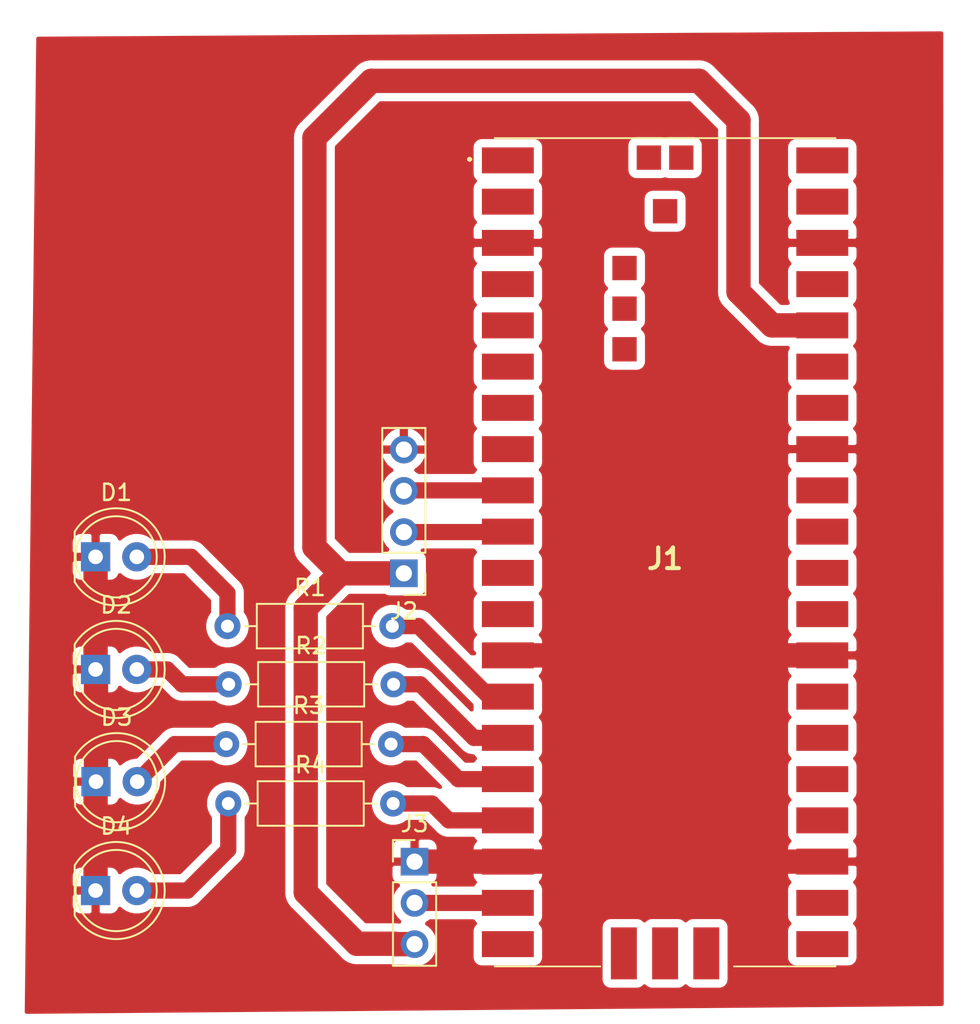
<source format=kicad_pcb>
(kicad_pcb (version 20171130) (host pcbnew "(5.1.12)-1")

  (general
    (thickness 1.6)
    (drawings 4)
    (tracks 61)
    (zones 0)
    (modules 11)
    (nets 48)
  )

  (page A4)
  (layers
    (0 F.Cu signal)
    (31 B.Cu signal)
    (32 B.Adhes user)
    (33 F.Adhes user)
    (34 B.Paste user)
    (35 F.Paste user)
    (36 B.SilkS user)
    (37 F.SilkS user)
    (38 B.Mask user)
    (39 F.Mask user)
    (40 Dwgs.User user)
    (41 Cmts.User user)
    (42 Eco1.User user)
    (43 Eco2.User user)
    (44 Edge.Cuts user)
    (45 Margin user)
    (46 B.CrtYd user)
    (47 F.CrtYd user)
    (48 B.Fab user)
    (49 F.Fab user)
  )

  (setup
    (last_trace_width 1)
    (trace_clearance 0.2)
    (zone_clearance 0.508)
    (zone_45_only no)
    (trace_min 0.2)
    (via_size 0.8)
    (via_drill 0.4)
    (via_min_size 0.4)
    (via_min_drill 0.3)
    (uvia_size 0.3)
    (uvia_drill 0.1)
    (uvias_allowed no)
    (uvia_min_size 0.2)
    (uvia_min_drill 0.1)
    (edge_width 0.05)
    (segment_width 0.2)
    (pcb_text_width 0.3)
    (pcb_text_size 1.5 1.5)
    (mod_edge_width 0.12)
    (mod_text_size 1 1)
    (mod_text_width 0.15)
    (pad_size 1.524 1.524)
    (pad_drill 0.762)
    (pad_to_mask_clearance 0)
    (aux_axis_origin 0 0)
    (visible_elements FFFFFF7F)
    (pcbplotparams
      (layerselection 0x010fc_ffffffff)
      (usegerberextensions false)
      (usegerberattributes true)
      (usegerberadvancedattributes true)
      (creategerberjobfile true)
      (excludeedgelayer true)
      (linewidth 0.100000)
      (plotframeref false)
      (viasonmask false)
      (mode 1)
      (useauxorigin false)
      (hpglpennumber 1)
      (hpglpenspeed 20)
      (hpglpendiameter 15.000000)
      (psnegative false)
      (psa4output false)
      (plotreference true)
      (plotvalue true)
      (plotinvisibletext false)
      (padsonsilk false)
      (subtractmaskfromsilk false)
      (outputformat 1)
      (mirror false)
      (drillshape 1)
      (scaleselection 1)
      (outputdirectory ""))
  )

  (net 0 "")
  (net 1 "Net-(D1-Pad2)")
  (net 2 GND)
  (net 3 "Net-(D2-Pad2)")
  (net 4 "Net-(D3-Pad2)")
  (net 5 "Net-(D4-Pad2)")
  (net 6 "Net-(J1-PadTP6)")
  (net 7 "Net-(J1-PadTP5)")
  (net 8 "Net-(J1-PadTP4)")
  (net 9 "Net-(J1-PadTP3)")
  (net 10 "Net-(J1-PadTP2)")
  (net 11 "Net-(J1-PadTP1)")
  (net 12 "Net-(J1-PadD3)")
  (net 13 "Net-(J1-PadD2)")
  (net 14 "Net-(J1-PadD1)")
  (net 15 "Net-(J1-Pad40)")
  (net 16 "Net-(J1-Pad39)")
  (net 17 "Net-(J1-Pad37)")
  (net 18 +5V)
  (net 19 "Net-(J1-Pad35)")
  (net 20 "Net-(J1-Pad34)")
  (net 21 "Net-(J1-Pad32)")
  (net 22 "Net-(J1-Pad31)")
  (net 23 "Net-(J1-Pad30)")
  (net 24 "Net-(J1-Pad29)")
  (net 25 "Net-(J1-Pad27)")
  (net 26 "Net-(J1-Pad26)")
  (net 27 "Net-(J1-Pad25)")
  (net 28 "Net-(J1-Pad24)")
  (net 29 "Net-(J1-Pad22)")
  (net 30 "Net-(J1-Pad21)")
  (net 31 "Net-(J1-Pad20)")
  (net 32 PIR)
  (net 33 LED1)
  (net 34 LED2)
  (net 35 LED3)
  (net 36 LED4)
  (net 37 "Net-(J1-Pad12)")
  (net 38 "Net-(J1-Pad11)")
  (net 39 PICO_SCL)
  (net 40 PICO_SDA)
  (net 41 "Net-(J1-Pad8)")
  (net 42 "Net-(J1-Pad7)")
  (net 43 "Net-(J1-Pad6)")
  (net 44 "Net-(J1-Pad5)")
  (net 45 "Net-(J1-Pad4)")
  (net 46 "Net-(J1-Pad2)")
  (net 47 "Net-(J1-Pad1)")

  (net_class Default "This is the default net class."
    (clearance 0.2)
    (trace_width 1)
    (via_dia 0.8)
    (via_drill 0.4)
    (uvia_dia 0.3)
    (uvia_drill 0.1)
    (add_net LED1)
    (add_net LED2)
    (add_net LED3)
    (add_net LED4)
    (add_net "Net-(D1-Pad2)")
    (add_net "Net-(D2-Pad2)")
    (add_net "Net-(D3-Pad2)")
    (add_net "Net-(D4-Pad2)")
    (add_net "Net-(J1-Pad1)")
    (add_net "Net-(J1-Pad11)")
    (add_net "Net-(J1-Pad12)")
    (add_net "Net-(J1-Pad2)")
    (add_net "Net-(J1-Pad20)")
    (add_net "Net-(J1-Pad21)")
    (add_net "Net-(J1-Pad22)")
    (add_net "Net-(J1-Pad24)")
    (add_net "Net-(J1-Pad25)")
    (add_net "Net-(J1-Pad26)")
    (add_net "Net-(J1-Pad27)")
    (add_net "Net-(J1-Pad29)")
    (add_net "Net-(J1-Pad30)")
    (add_net "Net-(J1-Pad31)")
    (add_net "Net-(J1-Pad32)")
    (add_net "Net-(J1-Pad34)")
    (add_net "Net-(J1-Pad35)")
    (add_net "Net-(J1-Pad37)")
    (add_net "Net-(J1-Pad39)")
    (add_net "Net-(J1-Pad4)")
    (add_net "Net-(J1-Pad40)")
    (add_net "Net-(J1-Pad5)")
    (add_net "Net-(J1-Pad6)")
    (add_net "Net-(J1-Pad7)")
    (add_net "Net-(J1-Pad8)")
    (add_net "Net-(J1-PadD1)")
    (add_net "Net-(J1-PadD2)")
    (add_net "Net-(J1-PadD3)")
    (add_net "Net-(J1-PadTP1)")
    (add_net "Net-(J1-PadTP2)")
    (add_net "Net-(J1-PadTP3)")
    (add_net "Net-(J1-PadTP4)")
    (add_net "Net-(J1-PadTP5)")
    (add_net "Net-(J1-PadTP6)")
    (add_net PICO_SCL)
    (add_net PICO_SDA)
    (add_net PIR)
  )

  (net_class POWER ""
    (clearance 0.2)
    (trace_width 1.5)
    (via_dia 0.8)
    (via_drill 0.4)
    (uvia_dia 0.3)
    (uvia_drill 0.1)
    (add_net +5V)
    (add_net GND)
  )

  (module Connector_PinHeader_2.54mm:PinHeader_1x03_P2.54mm_Vertical (layer F.Cu) (tedit 59FED5CC) (tstamp 61947CB9)
    (at 95.9612 103.8098)
    (descr "Through hole straight pin header, 1x03, 2.54mm pitch, single row")
    (tags "Through hole pin header THT 1x03 2.54mm single row")
    (path /619548B0)
    (fp_text reference J3 (at 0 -2.33) (layer F.SilkS)
      (effects (font (size 1 1) (thickness 0.15)))
    )
    (fp_text value Conn_01x03_Male (at 0 7.41) (layer F.Fab)
      (effects (font (size 1 1) (thickness 0.15)))
    )
    (fp_text user %R (at 0 2.54 90) (layer F.Fab)
      (effects (font (size 1 1) (thickness 0.15)))
    )
    (fp_line (start -0.635 -1.27) (end 1.27 -1.27) (layer F.Fab) (width 0.1))
    (fp_line (start 1.27 -1.27) (end 1.27 6.35) (layer F.Fab) (width 0.1))
    (fp_line (start 1.27 6.35) (end -1.27 6.35) (layer F.Fab) (width 0.1))
    (fp_line (start -1.27 6.35) (end -1.27 -0.635) (layer F.Fab) (width 0.1))
    (fp_line (start -1.27 -0.635) (end -0.635 -1.27) (layer F.Fab) (width 0.1))
    (fp_line (start -1.33 6.41) (end 1.33 6.41) (layer F.SilkS) (width 0.12))
    (fp_line (start -1.33 1.27) (end -1.33 6.41) (layer F.SilkS) (width 0.12))
    (fp_line (start 1.33 1.27) (end 1.33 6.41) (layer F.SilkS) (width 0.12))
    (fp_line (start -1.33 1.27) (end 1.33 1.27) (layer F.SilkS) (width 0.12))
    (fp_line (start -1.33 0) (end -1.33 -1.33) (layer F.SilkS) (width 0.12))
    (fp_line (start -1.33 -1.33) (end 0 -1.33) (layer F.SilkS) (width 0.12))
    (fp_line (start -1.8 -1.8) (end -1.8 6.85) (layer F.CrtYd) (width 0.05))
    (fp_line (start -1.8 6.85) (end 1.8 6.85) (layer F.CrtYd) (width 0.05))
    (fp_line (start 1.8 6.85) (end 1.8 -1.8) (layer F.CrtYd) (width 0.05))
    (fp_line (start 1.8 -1.8) (end -1.8 -1.8) (layer F.CrtYd) (width 0.05))
    (pad 3 thru_hole oval (at 0 5.08) (size 1.7 1.7) (drill 1) (layers *.Cu *.Mask)
      (net 18 +5V))
    (pad 2 thru_hole oval (at 0 2.54) (size 1.7 1.7) (drill 1) (layers *.Cu *.Mask)
      (net 32 PIR))
    (pad 1 thru_hole rect (at 0 0) (size 1.7 1.7) (drill 1) (layers *.Cu *.Mask)
      (net 2 GND))
    (model ${KISYS3DMOD}/Connector_PinHeader_2.54mm.3dshapes/PinHeader_1x03_P2.54mm_Vertical.wrl
      (at (xyz 0 0 0))
      (scale (xyz 1 1 1))
      (rotate (xyz 0 0 0))
    )
  )

  (module Resistor_THT:R_Axial_DIN0207_L6.3mm_D2.5mm_P10.16mm_Horizontal (layer F.Cu) (tedit 5AE5139B) (tstamp 61947D15)
    (at 84.4804 100.2284)
    (descr "Resistor, Axial_DIN0207 series, Axial, Horizontal, pin pitch=10.16mm, 0.25W = 1/4W, length*diameter=6.3*2.5mm^2, http://cdn-reichelt.de/documents/datenblatt/B400/1_4W%23YAG.pdf")
    (tags "Resistor Axial_DIN0207 series Axial Horizontal pin pitch 10.16mm 0.25W = 1/4W length 6.3mm diameter 2.5mm")
    (path /61948B96)
    (fp_text reference R4 (at 5.08 -2.37) (layer F.SilkS)
      (effects (font (size 1 1) (thickness 0.15)))
    )
    (fp_text value R_Small (at 5.08 2.37) (layer F.Fab)
      (effects (font (size 1 1) (thickness 0.15)))
    )
    (fp_text user %R (at 5.08 0) (layer F.Fab)
      (effects (font (size 1 1) (thickness 0.15)))
    )
    (fp_line (start 1.93 -1.25) (end 1.93 1.25) (layer F.Fab) (width 0.1))
    (fp_line (start 1.93 1.25) (end 8.23 1.25) (layer F.Fab) (width 0.1))
    (fp_line (start 8.23 1.25) (end 8.23 -1.25) (layer F.Fab) (width 0.1))
    (fp_line (start 8.23 -1.25) (end 1.93 -1.25) (layer F.Fab) (width 0.1))
    (fp_line (start 0 0) (end 1.93 0) (layer F.Fab) (width 0.1))
    (fp_line (start 10.16 0) (end 8.23 0) (layer F.Fab) (width 0.1))
    (fp_line (start 1.81 -1.37) (end 1.81 1.37) (layer F.SilkS) (width 0.12))
    (fp_line (start 1.81 1.37) (end 8.35 1.37) (layer F.SilkS) (width 0.12))
    (fp_line (start 8.35 1.37) (end 8.35 -1.37) (layer F.SilkS) (width 0.12))
    (fp_line (start 8.35 -1.37) (end 1.81 -1.37) (layer F.SilkS) (width 0.12))
    (fp_line (start 1.04 0) (end 1.81 0) (layer F.SilkS) (width 0.12))
    (fp_line (start 9.12 0) (end 8.35 0) (layer F.SilkS) (width 0.12))
    (fp_line (start -1.05 -1.5) (end -1.05 1.5) (layer F.CrtYd) (width 0.05))
    (fp_line (start -1.05 1.5) (end 11.21 1.5) (layer F.CrtYd) (width 0.05))
    (fp_line (start 11.21 1.5) (end 11.21 -1.5) (layer F.CrtYd) (width 0.05))
    (fp_line (start 11.21 -1.5) (end -1.05 -1.5) (layer F.CrtYd) (width 0.05))
    (pad 2 thru_hole oval (at 10.16 0) (size 1.6 1.6) (drill 0.8) (layers *.Cu *.Mask)
      (net 33 LED1))
    (pad 1 thru_hole circle (at 0 0) (size 1.6 1.6) (drill 0.8) (layers *.Cu *.Mask)
      (net 5 "Net-(D4-Pad2)"))
    (model ${KISYS3DMOD}/Resistor_THT.3dshapes/R_Axial_DIN0207_L6.3mm_D2.5mm_P10.16mm_Horizontal.wrl
      (at (xyz 0 0 0))
      (scale (xyz 1 1 1))
      (rotate (xyz 0 0 0))
    )
  )

  (module Resistor_THT:R_Axial_DIN0207_L6.3mm_D2.5mm_P10.16mm_Horizontal (layer F.Cu) (tedit 5AE5139B) (tstamp 61947CFE)
    (at 84.3534 96.5708)
    (descr "Resistor, Axial_DIN0207 series, Axial, Horizontal, pin pitch=10.16mm, 0.25W = 1/4W, length*diameter=6.3*2.5mm^2, http://cdn-reichelt.de/documents/datenblatt/B400/1_4W%23YAG.pdf")
    (tags "Resistor Axial_DIN0207 series Axial Horizontal pin pitch 10.16mm 0.25W = 1/4W length 6.3mm diameter 2.5mm")
    (path /619489D4)
    (fp_text reference R3 (at 5.08 -2.37) (layer F.SilkS)
      (effects (font (size 1 1) (thickness 0.15)))
    )
    (fp_text value R_Small (at 5.08 2.37) (layer F.Fab)
      (effects (font (size 1 1) (thickness 0.15)))
    )
    (fp_text user %R (at 4.0274 -0.1944) (layer F.Fab)
      (effects (font (size 1 1) (thickness 0.15)))
    )
    (fp_line (start 1.93 -1.25) (end 1.93 1.25) (layer F.Fab) (width 0.1))
    (fp_line (start 1.93 1.25) (end 8.23 1.25) (layer F.Fab) (width 0.1))
    (fp_line (start 8.23 1.25) (end 8.23 -1.25) (layer F.Fab) (width 0.1))
    (fp_line (start 8.23 -1.25) (end 1.93 -1.25) (layer F.Fab) (width 0.1))
    (fp_line (start 0 0) (end 1.93 0) (layer F.Fab) (width 0.1))
    (fp_line (start 10.16 0) (end 8.23 0) (layer F.Fab) (width 0.1))
    (fp_line (start 1.81 -1.37) (end 1.81 1.37) (layer F.SilkS) (width 0.12))
    (fp_line (start 1.81 1.37) (end 8.35 1.37) (layer F.SilkS) (width 0.12))
    (fp_line (start 8.35 1.37) (end 8.35 -1.37) (layer F.SilkS) (width 0.12))
    (fp_line (start 8.35 -1.37) (end 1.81 -1.37) (layer F.SilkS) (width 0.12))
    (fp_line (start 1.04 0) (end 1.81 0) (layer F.SilkS) (width 0.12))
    (fp_line (start 9.12 0) (end 8.35 0) (layer F.SilkS) (width 0.12))
    (fp_line (start -1.05 -1.5) (end -1.05 1.5) (layer F.CrtYd) (width 0.05))
    (fp_line (start -1.05 1.5) (end 11.21 1.5) (layer F.CrtYd) (width 0.05))
    (fp_line (start 11.21 1.5) (end 11.21 -1.5) (layer F.CrtYd) (width 0.05))
    (fp_line (start 11.21 -1.5) (end -1.05 -1.5) (layer F.CrtYd) (width 0.05))
    (pad 2 thru_hole oval (at 10.16 0) (size 1.6 1.6) (drill 0.8) (layers *.Cu *.Mask)
      (net 34 LED2))
    (pad 1 thru_hole circle (at 0 0) (size 1.6 1.6) (drill 0.8) (layers *.Cu *.Mask)
      (net 4 "Net-(D3-Pad2)"))
    (model ${KISYS3DMOD}/Resistor_THT.3dshapes/R_Axial_DIN0207_L6.3mm_D2.5mm_P10.16mm_Horizontal.wrl
      (at (xyz 0 0 0))
      (scale (xyz 1 1 1))
      (rotate (xyz 0 0 0))
    )
  )

  (module Resistor_THT:R_Axial_DIN0207_L6.3mm_D2.5mm_P10.16mm_Horizontal (layer F.Cu) (tedit 5AE5139B) (tstamp 61947CE7)
    (at 84.5058 92.8878)
    (descr "Resistor, Axial_DIN0207 series, Axial, Horizontal, pin pitch=10.16mm, 0.25W = 1/4W, length*diameter=6.3*2.5mm^2, http://cdn-reichelt.de/documents/datenblatt/B400/1_4W%23YAG.pdf")
    (tags "Resistor Axial_DIN0207 series Axial Horizontal pin pitch 10.16mm 0.25W = 1/4W length 6.3mm diameter 2.5mm")
    (path /6194872F)
    (fp_text reference R2 (at 5.08 -2.37) (layer F.SilkS)
      (effects (font (size 1 1) (thickness 0.15)))
    )
    (fp_text value R_Small (at 5.08 2.37) (layer F.Fab)
      (effects (font (size 1 1) (thickness 0.15)))
    )
    (fp_text user %R (at 5.08 0) (layer F.Fab)
      (effects (font (size 1 1) (thickness 0.15)))
    )
    (fp_line (start 1.93 -1.25) (end 1.93 1.25) (layer F.Fab) (width 0.1))
    (fp_line (start 1.93 1.25) (end 8.23 1.25) (layer F.Fab) (width 0.1))
    (fp_line (start 8.23 1.25) (end 8.23 -1.25) (layer F.Fab) (width 0.1))
    (fp_line (start 8.23 -1.25) (end 1.93 -1.25) (layer F.Fab) (width 0.1))
    (fp_line (start 0 0) (end 1.93 0) (layer F.Fab) (width 0.1))
    (fp_line (start 10.16 0) (end 8.23 0) (layer F.Fab) (width 0.1))
    (fp_line (start 1.81 -1.37) (end 1.81 1.37) (layer F.SilkS) (width 0.12))
    (fp_line (start 1.81 1.37) (end 8.35 1.37) (layer F.SilkS) (width 0.12))
    (fp_line (start 8.35 1.37) (end 8.35 -1.37) (layer F.SilkS) (width 0.12))
    (fp_line (start 8.35 -1.37) (end 1.81 -1.37) (layer F.SilkS) (width 0.12))
    (fp_line (start 1.04 0) (end 1.81 0) (layer F.SilkS) (width 0.12))
    (fp_line (start 9.12 0) (end 8.35 0) (layer F.SilkS) (width 0.12))
    (fp_line (start -1.05 -1.5) (end -1.05 1.5) (layer F.CrtYd) (width 0.05))
    (fp_line (start -1.05 1.5) (end 11.21 1.5) (layer F.CrtYd) (width 0.05))
    (fp_line (start 11.21 1.5) (end 11.21 -1.5) (layer F.CrtYd) (width 0.05))
    (fp_line (start 11.21 -1.5) (end -1.05 -1.5) (layer F.CrtYd) (width 0.05))
    (pad 2 thru_hole oval (at 10.16 0) (size 1.6 1.6) (drill 0.8) (layers *.Cu *.Mask)
      (net 35 LED3))
    (pad 1 thru_hole circle (at 0 0) (size 1.6 1.6) (drill 0.8) (layers *.Cu *.Mask)
      (net 3 "Net-(D2-Pad2)"))
    (model ${KISYS3DMOD}/Resistor_THT.3dshapes/R_Axial_DIN0207_L6.3mm_D2.5mm_P10.16mm_Horizontal.wrl
      (at (xyz 0 0 0))
      (scale (xyz 1 1 1))
      (rotate (xyz 0 0 0))
    )
  )

  (module Resistor_THT:R_Axial_DIN0207_L6.3mm_D2.5mm_P10.16mm_Horizontal (layer F.Cu) (tedit 5AE5139B) (tstamp 61947CD0)
    (at 84.4296 89.3064)
    (descr "Resistor, Axial_DIN0207 series, Axial, Horizontal, pin pitch=10.16mm, 0.25W = 1/4W, length*diameter=6.3*2.5mm^2, http://cdn-reichelt.de/documents/datenblatt/B400/1_4W%23YAG.pdf")
    (tags "Resistor Axial_DIN0207 series Axial Horizontal pin pitch 10.16mm 0.25W = 1/4W length 6.3mm diameter 2.5mm")
    (path /61948029)
    (fp_text reference R1 (at 5.08 -2.37) (layer F.SilkS)
      (effects (font (size 1 1) (thickness 0.15)))
    )
    (fp_text value R_Small (at 5.08 2.37) (layer F.Fab)
      (effects (font (size 1 1) (thickness 0.15)))
    )
    (fp_text user %R (at 5.08 0) (layer F.Fab)
      (effects (font (size 1 1) (thickness 0.15)))
    )
    (fp_line (start 1.93 -1.25) (end 1.93 1.25) (layer F.Fab) (width 0.1))
    (fp_line (start 1.93 1.25) (end 8.23 1.25) (layer F.Fab) (width 0.1))
    (fp_line (start 8.23 1.25) (end 8.23 -1.25) (layer F.Fab) (width 0.1))
    (fp_line (start 8.23 -1.25) (end 1.93 -1.25) (layer F.Fab) (width 0.1))
    (fp_line (start 0 0) (end 1.93 0) (layer F.Fab) (width 0.1))
    (fp_line (start 10.16 0) (end 8.23 0) (layer F.Fab) (width 0.1))
    (fp_line (start 1.81 -1.37) (end 1.81 1.37) (layer F.SilkS) (width 0.12))
    (fp_line (start 1.81 1.37) (end 8.35 1.37) (layer F.SilkS) (width 0.12))
    (fp_line (start 8.35 1.37) (end 8.35 -1.37) (layer F.SilkS) (width 0.12))
    (fp_line (start 8.35 -1.37) (end 1.81 -1.37) (layer F.SilkS) (width 0.12))
    (fp_line (start 1.04 0) (end 1.81 0) (layer F.SilkS) (width 0.12))
    (fp_line (start 9.12 0) (end 8.35 0) (layer F.SilkS) (width 0.12))
    (fp_line (start -1.05 -1.5) (end -1.05 1.5) (layer F.CrtYd) (width 0.05))
    (fp_line (start -1.05 1.5) (end 11.21 1.5) (layer F.CrtYd) (width 0.05))
    (fp_line (start 11.21 1.5) (end 11.21 -1.5) (layer F.CrtYd) (width 0.05))
    (fp_line (start 11.21 -1.5) (end -1.05 -1.5) (layer F.CrtYd) (width 0.05))
    (pad 2 thru_hole oval (at 10.16 0) (size 1.6 1.6) (drill 0.8) (layers *.Cu *.Mask)
      (net 36 LED4))
    (pad 1 thru_hole circle (at 0 0) (size 1.6 1.6) (drill 0.8) (layers *.Cu *.Mask)
      (net 1 "Net-(D1-Pad2)"))
    (model ${KISYS3DMOD}/Resistor_THT.3dshapes/R_Axial_DIN0207_L6.3mm_D2.5mm_P10.16mm_Horizontal.wrl
      (at (xyz 0 0 0))
      (scale (xyz 1 1 1))
      (rotate (xyz 0 0 0))
    )
  )

  (module Connector_PinHeader_2.54mm:PinHeader_1x04_P2.54mm_Vertical (layer F.Cu) (tedit 59FED5CC) (tstamp 61947CA1)
    (at 95.3008 86.0552 180)
    (descr "Through hole straight pin header, 1x04, 2.54mm pitch, single row")
    (tags "Through hole pin header THT 1x04 2.54mm single row")
    (path /6193D64C)
    (fp_text reference J2 (at 0 -2.33) (layer F.SilkS)
      (effects (font (size 1 1) (thickness 0.15)))
    )
    (fp_text value Conn_01x04_Male (at 0 9.95) (layer F.Fab)
      (effects (font (size 1 1) (thickness 0.15)))
    )
    (fp_text user %R (at 0 3.81 90) (layer F.Fab)
      (effects (font (size 1 1) (thickness 0.15)))
    )
    (fp_line (start -0.635 -1.27) (end 1.27 -1.27) (layer F.Fab) (width 0.1))
    (fp_line (start 1.27 -1.27) (end 1.27 8.89) (layer F.Fab) (width 0.1))
    (fp_line (start 1.27 8.89) (end -1.27 8.89) (layer F.Fab) (width 0.1))
    (fp_line (start -1.27 8.89) (end -1.27 -0.635) (layer F.Fab) (width 0.1))
    (fp_line (start -1.27 -0.635) (end -0.635 -1.27) (layer F.Fab) (width 0.1))
    (fp_line (start -1.33 8.95) (end 1.33 8.95) (layer F.SilkS) (width 0.12))
    (fp_line (start -1.33 1.27) (end -1.33 8.95) (layer F.SilkS) (width 0.12))
    (fp_line (start 1.33 1.27) (end 1.33 8.95) (layer F.SilkS) (width 0.12))
    (fp_line (start -1.33 1.27) (end 1.33 1.27) (layer F.SilkS) (width 0.12))
    (fp_line (start -1.33 0) (end -1.33 -1.33) (layer F.SilkS) (width 0.12))
    (fp_line (start -1.33 -1.33) (end 0 -1.33) (layer F.SilkS) (width 0.12))
    (fp_line (start -1.8 -1.8) (end -1.8 9.4) (layer F.CrtYd) (width 0.05))
    (fp_line (start -1.8 9.4) (end 1.8 9.4) (layer F.CrtYd) (width 0.05))
    (fp_line (start 1.8 9.4) (end 1.8 -1.8) (layer F.CrtYd) (width 0.05))
    (fp_line (start 1.8 -1.8) (end -1.8 -1.8) (layer F.CrtYd) (width 0.05))
    (pad 4 thru_hole oval (at 0 7.62 180) (size 1.7 1.7) (drill 1) (layers *.Cu *.Mask)
      (net 2 GND))
    (pad 3 thru_hole oval (at 0 5.08 180) (size 1.7 1.7) (drill 1) (layers *.Cu *.Mask)
      (net 40 PICO_SDA))
    (pad 2 thru_hole oval (at 0 2.54 180) (size 1.7 1.7) (drill 1) (layers *.Cu *.Mask)
      (net 39 PICO_SCL))
    (pad 1 thru_hole rect (at 0 0 180) (size 1.7 1.7) (drill 1) (layers *.Cu *.Mask)
      (net 18 +5V))
    (model ${KISYS3DMOD}/Connector_PinHeader_2.54mm.3dshapes/PinHeader_1x04_P2.54mm_Vertical.wrl
      (at (xyz 0 0 0))
      (scale (xyz 1 1 1))
      (rotate (xyz 0 0 0))
    )
  )

  (module PICO:PICO (layer F.Cu) (tedit 6193BA89) (tstamp 61947C89)
    (at 100.9016 110.257)
    (descr PICO-2)
    (tags Connector)
    (path /6193BCB2)
    (attr smd)
    (fp_text reference J1 (at 10.5 -25.1) (layer F.SilkS)
      (effects (font (size 1.27 1.27) (thickness 0.254)))
    )
    (fp_text value PICO (at 10.5 -25.1) (layer F.SilkS) hide
      (effects (font (size 1.27 1.27) (thickness 0.254)))
    )
    (fp_arc (start -1.55 -49.7) (end -1.6 -49.7) (angle -180) (layer F.SilkS) (width 0.2))
    (fp_arc (start -1.55 -49.7) (end -1.5 -49.7) (angle -180) (layer F.SilkS) (width 0.2))
    (fp_arc (start -1.55 -49.7) (end -1.6 -49.7) (angle -180) (layer F.SilkS) (width 0.2))
    (fp_line (start -1.6 -49.7) (end -1.6 -49.7) (layer F.SilkS) (width 0.2))
    (fp_line (start -1.5 -49.7) (end -1.5 -49.7) (layer F.SilkS) (width 0.2))
    (fp_line (start -1.6 -49.7) (end -1.6 -49.7) (layer F.SilkS) (width 0.2))
    (fp_line (start 0 0) (end 0 0) (layer F.SilkS) (width 0.1))
    (fp_line (start 6.5 0) (end 0 0) (layer F.SilkS) (width 0.1))
    (fp_line (start 6.5 0) (end 6.5 0) (layer F.SilkS) (width 0.1))
    (fp_line (start 0 0) (end 6.5 0) (layer F.SilkS) (width 0.1))
    (fp_line (start 14.75 0) (end 14.75 0) (layer F.SilkS) (width 0.1))
    (fp_line (start 21 0) (end 14.75 0) (layer F.SilkS) (width 0.1))
    (fp_line (start 21 0) (end 21 0) (layer F.SilkS) (width 0.1))
    (fp_line (start 14.75 0) (end 21 0) (layer F.SilkS) (width 0.1))
    (fp_line (start 0 -51) (end 0 -51) (layer F.SilkS) (width 0.1))
    (fp_line (start 21 -51) (end 0 -51) (layer F.SilkS) (width 0.1))
    (fp_line (start 21 -51) (end 21 -51) (layer F.SilkS) (width 0.1))
    (fp_line (start 0 -51) (end 21 -51) (layer F.SilkS) (width 0.1))
    (fp_line (start -1.79 1.8) (end -1.79 -52) (layer Dwgs.User) (width 0.1))
    (fp_line (start 22.79 1.8) (end -1.79 1.8) (layer Dwgs.User) (width 0.1))
    (fp_line (start 22.79 -52) (end 22.79 1.8) (layer Dwgs.User) (width 0.1))
    (fp_line (start -1.79 -52) (end 22.79 -52) (layer Dwgs.User) (width 0.1))
    (fp_line (start 0 -51) (end 0 0) (layer Dwgs.User) (width 0.2))
    (fp_line (start 21 -51) (end 0 -51) (layer Dwgs.User) (width 0.2))
    (fp_line (start 21 0) (end 21 -51) (layer Dwgs.User) (width 0.2))
    (fp_line (start 0 0) (end 21 0) (layer Dwgs.User) (width 0.2))
    (pad TP6 smd rect (at 8 -38 90) (size 1.5 1.5) (layers F.Cu F.Paste F.Mask)
      (net 6 "Net-(J1-PadTP6)"))
    (pad TP5 smd rect (at 8 -40.5 90) (size 1.5 1.5) (layers F.Cu F.Paste F.Mask)
      (net 7 "Net-(J1-PadTP5)"))
    (pad TP4 smd rect (at 8 -43 90) (size 1.5 1.5) (layers F.Cu F.Paste F.Mask)
      (net 8 "Net-(J1-PadTP4)"))
    (pad TP3 smd rect (at 9.5 -49.8 90) (size 1.5 1.5) (layers F.Cu F.Paste F.Mask)
      (net 9 "Net-(J1-PadTP3)"))
    (pad TP2 smd rect (at 11.5 -49.8 90) (size 1.5 1.5) (layers F.Cu F.Paste F.Mask)
      (net 10 "Net-(J1-PadTP2)"))
    (pad TP1 smd rect (at 10.5 -46.5 90) (size 1.5 1.5) (layers F.Cu F.Paste F.Mask)
      (net 11 "Net-(J1-PadTP1)"))
    (pad D3 smd rect (at 13.04 -0.8) (size 1.6 3.2) (layers F.Cu F.Paste F.Mask)
      (net 12 "Net-(J1-PadD3)"))
    (pad D2 smd rect (at 10.5 -0.8) (size 1.6 3.2) (layers F.Cu F.Paste F.Mask)
      (net 13 "Net-(J1-PadD2)"))
    (pad D1 smd rect (at 7.96 -0.8) (size 1.6 3.2) (layers F.Cu F.Paste F.Mask)
      (net 14 "Net-(J1-PadD1)"))
    (pad 40 smd rect (at 20.19 -49.63 90) (size 1.6 3.2) (layers F.Cu F.Paste F.Mask)
      (net 15 "Net-(J1-Pad40)"))
    (pad 39 smd rect (at 20.19 -47.09 90) (size 1.6 3.2) (layers F.Cu F.Paste F.Mask)
      (net 16 "Net-(J1-Pad39)"))
    (pad 38 smd rect (at 20.19 -44.55 90) (size 1.6 3.2) (layers F.Cu F.Paste F.Mask)
      (net 2 GND))
    (pad 37 smd rect (at 20.19 -42.01 90) (size 1.6 3.2) (layers F.Cu F.Paste F.Mask)
      (net 17 "Net-(J1-Pad37)"))
    (pad 36 smd rect (at 20.19 -39.47 90) (size 1.6 3.2) (layers F.Cu F.Paste F.Mask)
      (net 18 +5V))
    (pad 35 smd rect (at 20.19 -36.93 90) (size 1.6 3.2) (layers F.Cu F.Paste F.Mask)
      (net 19 "Net-(J1-Pad35)"))
    (pad 34 smd rect (at 20.19 -34.39 90) (size 1.6 3.2) (layers F.Cu F.Paste F.Mask)
      (net 20 "Net-(J1-Pad34)"))
    (pad 33 smd rect (at 20.19 -31.85 90) (size 1.6 3.2) (layers F.Cu F.Paste F.Mask)
      (net 2 GND))
    (pad 32 smd rect (at 20.19 -29.31 90) (size 1.6 3.2) (layers F.Cu F.Paste F.Mask)
      (net 21 "Net-(J1-Pad32)"))
    (pad 31 smd rect (at 20.19 -26.77 90) (size 1.6 3.2) (layers F.Cu F.Paste F.Mask)
      (net 22 "Net-(J1-Pad31)"))
    (pad 30 smd rect (at 20.19 -24.23 90) (size 1.6 3.2) (layers F.Cu F.Paste F.Mask)
      (net 23 "Net-(J1-Pad30)"))
    (pad 29 smd rect (at 20.19 -21.69 90) (size 1.6 3.2) (layers F.Cu F.Paste F.Mask)
      (net 24 "Net-(J1-Pad29)"))
    (pad 28 smd rect (at 20.19 -19.15 90) (size 1.6 3.2) (layers F.Cu F.Paste F.Mask)
      (net 2 GND))
    (pad 27 smd rect (at 20.19 -16.61 90) (size 1.6 3.2) (layers F.Cu F.Paste F.Mask)
      (net 25 "Net-(J1-Pad27)"))
    (pad 26 smd rect (at 20.19 -14.07 90) (size 1.6 3.2) (layers F.Cu F.Paste F.Mask)
      (net 26 "Net-(J1-Pad26)"))
    (pad 25 smd rect (at 20.19 -11.53 90) (size 1.6 3.2) (layers F.Cu F.Paste F.Mask)
      (net 27 "Net-(J1-Pad25)"))
    (pad 24 smd rect (at 20.19 -8.99 90) (size 1.6 3.2) (layers F.Cu F.Paste F.Mask)
      (net 28 "Net-(J1-Pad24)"))
    (pad 23 smd rect (at 20.19 -6.45 90) (size 1.6 3.2) (layers F.Cu F.Paste F.Mask)
      (net 2 GND))
    (pad 22 smd rect (at 20.19 -3.91 90) (size 1.6 3.2) (layers F.Cu F.Paste F.Mask)
      (net 29 "Net-(J1-Pad22)"))
    (pad 21 smd rect (at 20.19 -1.37 90) (size 1.6 3.2) (layers F.Cu F.Paste F.Mask)
      (net 30 "Net-(J1-Pad21)"))
    (pad 20 smd rect (at 0.81 -1.37 90) (size 1.6 3.2) (layers F.Cu F.Paste F.Mask)
      (net 31 "Net-(J1-Pad20)"))
    (pad 19 smd rect (at 0.81 -3.91 90) (size 1.6 3.2) (layers F.Cu F.Paste F.Mask)
      (net 32 PIR))
    (pad 18 smd rect (at 0.81 -6.45 90) (size 1.6 3.2) (layers F.Cu F.Paste F.Mask)
      (net 2 GND))
    (pad 17 smd rect (at 0.81 -8.99 90) (size 1.6 3.2) (layers F.Cu F.Paste F.Mask)
      (net 33 LED1))
    (pad 16 smd rect (at 0.81 -11.53 90) (size 1.6 3.2) (layers F.Cu F.Paste F.Mask)
      (net 34 LED2))
    (pad 15 smd rect (at 0.81 -14.07 90) (size 1.6 3.2) (layers F.Cu F.Paste F.Mask)
      (net 35 LED3))
    (pad 14 smd rect (at 0.81 -16.61 90) (size 1.6 3.2) (layers F.Cu F.Paste F.Mask)
      (net 36 LED4))
    (pad 13 smd rect (at 0.81 -19.15 90) (size 1.6 3.2) (layers F.Cu F.Paste F.Mask)
      (net 2 GND))
    (pad 12 smd rect (at 0.81 -21.69 90) (size 1.6 3.2) (layers F.Cu F.Paste F.Mask)
      (net 37 "Net-(J1-Pad12)"))
    (pad 11 smd rect (at 0.81 -24.23 90) (size 1.6 3.2) (layers F.Cu F.Paste F.Mask)
      (net 38 "Net-(J1-Pad11)"))
    (pad 10 smd rect (at 0.81 -26.77 90) (size 1.6 3.2) (layers F.Cu F.Paste F.Mask)
      (net 39 PICO_SCL))
    (pad 9 smd rect (at 0.81 -29.31 90) (size 1.6 3.2) (layers F.Cu F.Paste F.Mask)
      (net 40 PICO_SDA))
    (pad 8 smd rect (at 0.81 -31.85 90) (size 1.6 3.2) (layers F.Cu F.Paste F.Mask)
      (net 41 "Net-(J1-Pad8)"))
    (pad 7 smd rect (at 0.81 -34.39 90) (size 1.6 3.2) (layers F.Cu F.Paste F.Mask)
      (net 42 "Net-(J1-Pad7)"))
    (pad 6 smd rect (at 0.81 -36.93 90) (size 1.6 3.2) (layers F.Cu F.Paste F.Mask)
      (net 43 "Net-(J1-Pad6)"))
    (pad 5 smd rect (at 0.81 -39.47 90) (size 1.6 3.2) (layers F.Cu F.Paste F.Mask)
      (net 44 "Net-(J1-Pad5)"))
    (pad 4 smd rect (at 0.81 -42.01 90) (size 1.6 3.2) (layers F.Cu F.Paste F.Mask)
      (net 45 "Net-(J1-Pad4)"))
    (pad 3 smd rect (at 0.81 -44.55 90) (size 1.6 3.2) (layers F.Cu F.Paste F.Mask)
      (net 2 GND))
    (pad 2 smd rect (at 0.81 -47.09 90) (size 1.6 3.2) (layers F.Cu F.Paste F.Mask)
      (net 46 "Net-(J1-Pad2)"))
    (pad 1 smd rect (at 0.81 -49.63 90) (size 1.6 3.2) (layers F.Cu F.Paste F.Mask)
      (net 47 "Net-(J1-Pad1)"))
  )

  (module LED_THT:LED_D5.0mm (layer F.Cu) (tedit 5995936A) (tstamp 61947C3A)
    (at 76.3016 105.5878)
    (descr "LED, diameter 5.0mm, 2 pins, http://cdn-reichelt.de/documents/datenblatt/A500/LL-504BC2E-009.pdf")
    (tags "LED diameter 5.0mm 2 pins")
    (path /61947BA8)
    (fp_text reference D4 (at 1.27 -3.96) (layer F.SilkS)
      (effects (font (size 1 1) (thickness 0.15)))
    )
    (fp_text value LED (at 1.27 3.96) (layer F.Fab)
      (effects (font (size 1 1) (thickness 0.15)))
    )
    (fp_text user %R (at 1.25 0) (layer F.Fab)
      (effects (font (size 0.8 0.8) (thickness 0.2)))
    )
    (fp_arc (start 1.27 0) (end -1.29 1.54483) (angle -148.9) (layer F.SilkS) (width 0.12))
    (fp_arc (start 1.27 0) (end -1.29 -1.54483) (angle 148.9) (layer F.SilkS) (width 0.12))
    (fp_arc (start 1.27 0) (end -1.23 -1.469694) (angle 299.1) (layer F.Fab) (width 0.1))
    (fp_circle (center 1.27 0) (end 3.77 0) (layer F.Fab) (width 0.1))
    (fp_circle (center 1.27 0) (end 3.77 0) (layer F.SilkS) (width 0.12))
    (fp_line (start -1.23 -1.469694) (end -1.23 1.469694) (layer F.Fab) (width 0.1))
    (fp_line (start -1.29 -1.545) (end -1.29 1.545) (layer F.SilkS) (width 0.12))
    (fp_line (start -1.95 -3.25) (end -1.95 3.25) (layer F.CrtYd) (width 0.05))
    (fp_line (start -1.95 3.25) (end 4.5 3.25) (layer F.CrtYd) (width 0.05))
    (fp_line (start 4.5 3.25) (end 4.5 -3.25) (layer F.CrtYd) (width 0.05))
    (fp_line (start 4.5 -3.25) (end -1.95 -3.25) (layer F.CrtYd) (width 0.05))
    (pad 2 thru_hole circle (at 2.54 0) (size 1.8 1.8) (drill 0.9) (layers *.Cu *.Mask)
      (net 5 "Net-(D4-Pad2)"))
    (pad 1 thru_hole rect (at 0 0) (size 1.8 1.8) (drill 0.9) (layers *.Cu *.Mask)
      (net 2 GND))
    (model ${KISYS3DMOD}/LED_THT.3dshapes/LED_D5.0mm.wrl
      (at (xyz 0 0 0))
      (scale (xyz 1 1 1))
      (rotate (xyz 0 0 0))
    )
  )

  (module LED_THT:LED_D5.0mm (layer F.Cu) (tedit 5995936A) (tstamp 61947C28)
    (at 76.327 98.8822)
    (descr "LED, diameter 5.0mm, 2 pins, http://cdn-reichelt.de/documents/datenblatt/A500/LL-504BC2E-009.pdf")
    (tags "LED diameter 5.0mm 2 pins")
    (path /61947905)
    (fp_text reference D3 (at 1.27 -3.96) (layer F.SilkS)
      (effects (font (size 1 1) (thickness 0.15)))
    )
    (fp_text value LED (at 1.27 3.96) (layer F.Fab)
      (effects (font (size 1 1) (thickness 0.15)))
    )
    (fp_text user %R (at 1.25 0) (layer F.Fab)
      (effects (font (size 0.8 0.8) (thickness 0.2)))
    )
    (fp_arc (start 1.27 0) (end -1.29 1.54483) (angle -148.9) (layer F.SilkS) (width 0.12))
    (fp_arc (start 1.27 0) (end -1.29 -1.54483) (angle 148.9) (layer F.SilkS) (width 0.12))
    (fp_arc (start 1.27 0) (end -1.23 -1.469694) (angle 299.1) (layer F.Fab) (width 0.1))
    (fp_circle (center 1.27 0) (end 3.77 0) (layer F.Fab) (width 0.1))
    (fp_circle (center 1.27 0) (end 3.77 0) (layer F.SilkS) (width 0.12))
    (fp_line (start -1.23 -1.469694) (end -1.23 1.469694) (layer F.Fab) (width 0.1))
    (fp_line (start -1.29 -1.545) (end -1.29 1.545) (layer F.SilkS) (width 0.12))
    (fp_line (start -1.95 -3.25) (end -1.95 3.25) (layer F.CrtYd) (width 0.05))
    (fp_line (start -1.95 3.25) (end 4.5 3.25) (layer F.CrtYd) (width 0.05))
    (fp_line (start 4.5 3.25) (end 4.5 -3.25) (layer F.CrtYd) (width 0.05))
    (fp_line (start 4.5 -3.25) (end -1.95 -3.25) (layer F.CrtYd) (width 0.05))
    (pad 2 thru_hole circle (at 2.54 0) (size 1.8 1.8) (drill 0.9) (layers *.Cu *.Mask)
      (net 4 "Net-(D3-Pad2)"))
    (pad 1 thru_hole rect (at 0 0) (size 1.8 1.8) (drill 0.9) (layers *.Cu *.Mask)
      (net 2 GND))
    (model ${KISYS3DMOD}/LED_THT.3dshapes/LED_D5.0mm.wrl
      (at (xyz 0 0 0))
      (scale (xyz 1 1 1))
      (rotate (xyz 0 0 0))
    )
  )

  (module LED_THT:LED_D5.0mm (layer F.Cu) (tedit 5995936A) (tstamp 61947C16)
    (at 76.3016 91.9734)
    (descr "LED, diameter 5.0mm, 2 pins, http://cdn-reichelt.de/documents/datenblatt/A500/LL-504BC2E-009.pdf")
    (tags "LED diameter 5.0mm 2 pins")
    (path /6194764E)
    (fp_text reference D2 (at 1.27 -3.96) (layer F.SilkS)
      (effects (font (size 1 1) (thickness 0.15)))
    )
    (fp_text value LED (at 1.27 3.96) (layer F.Fab)
      (effects (font (size 1 1) (thickness 0.15)))
    )
    (fp_text user %R (at 1.25 0) (layer F.Fab)
      (effects (font (size 0.8 0.8) (thickness 0.2)))
    )
    (fp_arc (start 1.27 0) (end -1.29 1.54483) (angle -148.9) (layer F.SilkS) (width 0.12))
    (fp_arc (start 1.27 0) (end -1.29 -1.54483) (angle 148.9) (layer F.SilkS) (width 0.12))
    (fp_arc (start 1.27 0) (end -1.23 -1.469694) (angle 299.1) (layer F.Fab) (width 0.1))
    (fp_circle (center 1.27 0) (end 3.77 0) (layer F.Fab) (width 0.1))
    (fp_circle (center 1.27 0) (end 3.77 0) (layer F.SilkS) (width 0.12))
    (fp_line (start -1.23 -1.469694) (end -1.23 1.469694) (layer F.Fab) (width 0.1))
    (fp_line (start -1.29 -1.545) (end -1.29 1.545) (layer F.SilkS) (width 0.12))
    (fp_line (start -1.95 -3.25) (end -1.95 3.25) (layer F.CrtYd) (width 0.05))
    (fp_line (start -1.95 3.25) (end 4.5 3.25) (layer F.CrtYd) (width 0.05))
    (fp_line (start 4.5 3.25) (end 4.5 -3.25) (layer F.CrtYd) (width 0.05))
    (fp_line (start 4.5 -3.25) (end -1.95 -3.25) (layer F.CrtYd) (width 0.05))
    (pad 2 thru_hole circle (at 2.54 0) (size 1.8 1.8) (drill 0.9) (layers *.Cu *.Mask)
      (net 3 "Net-(D2-Pad2)"))
    (pad 1 thru_hole rect (at 0 0) (size 1.8 1.8) (drill 0.9) (layers *.Cu *.Mask)
      (net 2 GND))
    (model ${KISYS3DMOD}/LED_THT.3dshapes/LED_D5.0mm.wrl
      (at (xyz 0 0 0))
      (scale (xyz 1 1 1))
      (rotate (xyz 0 0 0))
    )
  )

  (module LED_THT:LED_D5.0mm (layer F.Cu) (tedit 5995936A) (tstamp 61947C04)
    (at 76.3016 85.0392)
    (descr "LED, diameter 5.0mm, 2 pins, http://cdn-reichelt.de/documents/datenblatt/A500/LL-504BC2E-009.pdf")
    (tags "LED diameter 5.0mm 2 pins")
    (path /61946C07)
    (fp_text reference D1 (at 1.27 -3.96) (layer F.SilkS)
      (effects (font (size 1 1) (thickness 0.15)))
    )
    (fp_text value LED (at 1.27 3.96) (layer F.Fab)
      (effects (font (size 1 1) (thickness 0.15)))
    )
    (fp_text user %R (at 1.25 0) (layer F.Fab)
      (effects (font (size 0.8 0.8) (thickness 0.2)))
    )
    (fp_arc (start 1.27 0) (end -1.29 1.54483) (angle -148.9) (layer F.SilkS) (width 0.12))
    (fp_arc (start 1.27 0) (end -1.29 -1.54483) (angle 148.9) (layer F.SilkS) (width 0.12))
    (fp_arc (start 1.27 0) (end -1.23 -1.469694) (angle 299.1) (layer F.Fab) (width 0.1))
    (fp_circle (center 1.27 0) (end 3.77 0) (layer F.Fab) (width 0.1))
    (fp_circle (center 1.27 0) (end 3.77 0) (layer F.SilkS) (width 0.12))
    (fp_line (start -1.23 -1.469694) (end -1.23 1.469694) (layer F.Fab) (width 0.1))
    (fp_line (start -1.29 -1.545) (end -1.29 1.545) (layer F.SilkS) (width 0.12))
    (fp_line (start -1.95 -3.25) (end -1.95 3.25) (layer F.CrtYd) (width 0.05))
    (fp_line (start -1.95 3.25) (end 4.5 3.25) (layer F.CrtYd) (width 0.05))
    (fp_line (start 4.5 3.25) (end 4.5 -3.25) (layer F.CrtYd) (width 0.05))
    (fp_line (start 4.5 -3.25) (end -1.95 -3.25) (layer F.CrtYd) (width 0.05))
    (pad 2 thru_hole circle (at 2.54 0) (size 1.8 1.8) (drill 0.9) (layers *.Cu *.Mask)
      (net 1 "Net-(D1-Pad2)"))
    (pad 1 thru_hole rect (at 0 0) (size 1.8 1.8) (drill 0.9) (layers *.Cu *.Mask)
      (net 2 GND))
    (model ${KISYS3DMOD}/LED_THT.3dshapes/LED_D5.0mm.wrl
      (at (xyz 0 0 0))
      (scale (xyz 1 1 1))
      (rotate (xyz 0 0 0))
    )
  )

  (gr_line (start 70.5358 51.1302) (end 130.7592 50.8254) (layer Dwgs.User) (width 0.15) (tstamp 61948736))
  (gr_line (start 70.485 113.7666) (end 70.5358 51.1302) (layer Dwgs.User) (width 0.15))
  (gr_line (start 130.6068 113.7412) (end 70.485 113.7666) (layer Dwgs.User) (width 0.15))
  (gr_line (start 130.7592 50.8254) (end 130.6068 113.7412) (layer Dwgs.User) (width 0.15))

  (segment (start 84.4296 89.3064) (end 84.4296 87.2744) (width 1) (layer F.Cu) (net 1))
  (segment (start 82.1944 85.0392) (end 78.8416 85.0392) (width 1) (layer F.Cu) (net 1))
  (segment (start 84.4296 87.2744) (end 82.1944 85.0392) (width 1) (layer F.Cu) (net 1))
  (segment (start 76.3016 98.9076) (end 76.327 98.8822) (width 1.5) (layer F.Cu) (net 2))
  (segment (start 76.3016 105.5878) (end 76.3016 98.9076) (width 1.5) (layer F.Cu) (net 2))
  (segment (start 76.327 91.9988) (end 76.3016 91.9734) (width 1.5) (layer F.Cu) (net 2))
  (segment (start 76.327 98.8822) (end 76.327 91.9988) (width 1.5) (layer F.Cu) (net 2))
  (segment (start 76.3016 91.9734) (end 76.3016 85.0392) (width 1.5) (layer F.Cu) (net 2))
  (segment (start 101.7116 91.107) (end 104.696 91.107) (width 1.5) (layer F.Cu) (net 2))
  (segment (start 104.696 91.107) (end 107.6706 94.0816) (width 1.5) (layer F.Cu) (net 2))
  (segment (start 110.6452 91.107) (end 107.6706 94.0816) (width 1.5) (layer F.Cu) (net 2))
  (segment (start 121.0916 91.107) (end 110.6452 91.107) (width 1.5) (layer F.Cu) (net 2))
  (segment (start 107.6706 101.4476) (end 107.6706 101.346) (width 1.5) (layer F.Cu) (net 2))
  (segment (start 110.03 103.807) (end 107.6706 101.4476) (width 1.5) (layer F.Cu) (net 2))
  (segment (start 121.0916 103.807) (end 110.03 103.807) (width 1.5) (layer F.Cu) (net 2))
  (segment (start 105.1588 103.807) (end 101.7116 103.807) (width 1.5) (layer F.Cu) (net 2))
  (segment (start 107.6706 101.2952) (end 105.1588 103.807) (width 1.5) (layer F.Cu) (net 2))
  (segment (start 107.6706 94.0816) (end 107.6706 101.2952) (width 1.5) (layer F.Cu) (net 2))
  (segment (start 95.964 103.807) (end 95.9612 103.8098) (width 1.5) (layer F.Cu) (net 2))
  (segment (start 101.7116 103.807) (end 95.964 103.807) (width 1.5) (layer F.Cu) (net 2))
  (segment (start 78.8416 91.9734) (end 80.7212 91.9734) (width 1) (layer F.Cu) (net 3))
  (segment (start 81.6356 92.8878) (end 84.5058 92.8878) (width 1) (layer F.Cu) (net 3))
  (segment (start 80.7212 91.9734) (end 81.6356 92.8878) (width 1) (layer F.Cu) (net 3))
  (segment (start 81.1784 96.5708) (end 78.867 98.8822) (width 1) (layer F.Cu) (net 4))
  (segment (start 84.3534 96.5708) (end 81.1784 96.5708) (width 1) (layer F.Cu) (net 4))
  (segment (start 84.4804 100.2284) (end 84.4804 103.0732) (width 1) (layer F.Cu) (net 5))
  (segment (start 81.9658 105.5878) (end 78.8416 105.5878) (width 1) (layer F.Cu) (net 5))
  (segment (start 84.4804 103.0732) (end 81.9658 105.5878) (width 1) (layer F.Cu) (net 5))
  (segment (start 91.3892 86.0552) (end 95.3008 86.0552) (width 1.5) (layer F.Cu) (net 18))
  (segment (start 89.789 84.455) (end 91.3892 86.0552) (width 1.5) (layer F.Cu) (net 18))
  (segment (start 93.2942 55.7276) (end 89.789 59.2328) (width 1.5) (layer F.Cu) (net 18))
  (segment (start 115.9256 58.166) (end 113.4872 55.7276) (width 1.5) (layer F.Cu) (net 18))
  (segment (start 89.789 59.2328) (end 89.789 84.455) (width 1.5) (layer F.Cu) (net 18))
  (segment (start 115.9256 68.721) (end 115.9256 58.166) (width 1.5) (layer F.Cu) (net 18))
  (segment (start 117.9916 70.787) (end 115.9256 68.721) (width 1.5) (layer F.Cu) (net 18))
  (segment (start 113.4872 55.7276) (end 93.2942 55.7276) (width 1.5) (layer F.Cu) (net 18))
  (segment (start 121.0916 70.787) (end 117.9916 70.787) (width 1.5) (layer F.Cu) (net 18))
  (segment (start 94.759119 108.8898) (end 94.733719 108.8644) (width 1.5) (layer F.Cu) (net 18))
  (segment (start 95.9612 108.8898) (end 94.759119 108.8898) (width 1.5) (layer F.Cu) (net 18))
  (segment (start 94.733719 108.8644) (end 92.4052 108.8644) (width 1.5) (layer F.Cu) (net 18))
  (segment (start 92.4052 108.8644) (end 89.2556 105.7148) (width 1.5) (layer F.Cu) (net 18))
  (segment (start 89.2556 88.1888) (end 91.3892 86.0552) (width 1.5) (layer F.Cu) (net 18))
  (segment (start 89.2556 105.7148) (end 89.2556 88.1888) (width 1.5) (layer F.Cu) (net 18))
  (segment (start 101.7088 106.3498) (end 101.7116 106.347) (width 1) (layer F.Cu) (net 32))
  (segment (start 95.9612 106.3498) (end 101.7088 106.3498) (width 1) (layer F.Cu) (net 32))
  (segment (start 94.6404 100.2284) (end 97.028 100.2284) (width 1) (layer F.Cu) (net 33))
  (segment (start 98.0666 101.267) (end 101.7116 101.267) (width 1) (layer F.Cu) (net 33))
  (segment (start 97.028 100.2284) (end 98.0666 101.267) (width 1) (layer F.Cu) (net 33))
  (segment (start 96.4946 96.5708) (end 94.5134 96.5708) (width 1) (layer F.Cu) (net 34))
  (segment (start 98.6508 98.727) (end 96.4946 96.5708) (width 1) (layer F.Cu) (net 34))
  (segment (start 101.7116 98.727) (end 98.6508 98.727) (width 1) (layer F.Cu) (net 34))
  (segment (start 99.616 96.187) (end 101.7116 96.187) (width 1) (layer F.Cu) (net 35))
  (segment (start 96.3168 92.8878) (end 99.616 96.187) (width 1) (layer F.Cu) (net 35))
  (segment (start 94.6658 92.8878) (end 96.3168 92.8878) (width 1) (layer F.Cu) (net 35))
  (segment (start 96.2152 89.3064) (end 94.5896 89.3064) (width 1) (layer F.Cu) (net 36))
  (segment (start 100.5558 93.647) (end 96.2152 89.3064) (width 1) (layer F.Cu) (net 36))
  (segment (start 101.7116 93.647) (end 100.5558 93.647) (width 1) (layer F.Cu) (net 36))
  (segment (start 101.6834 83.5152) (end 101.7116 83.487) (width 1) (layer F.Cu) (net 39))
  (segment (start 95.3008 83.5152) (end 101.6834 83.5152) (width 1) (layer F.Cu) (net 39))
  (segment (start 95.329 80.947) (end 95.3008 80.9752) (width 1) (layer F.Cu) (net 40))
  (segment (start 101.7116 80.947) (end 95.329 80.947) (width 1) (layer F.Cu) (net 40))

  (zone (net 2) (net_name GND) (layer F.Cu) (tstamp 0) (hatch edge 0.508)
    (connect_pads (clearance 0.508))
    (min_thickness 0.254)
    (fill yes (arc_segments 32) (thermal_gap 0.508) (thermal_bridge_width 0.508))
    (polygon
      (pts
        (xy 128.5748 112.6998) (xy 71.9328 113.1824) (xy 72.644 53.0098) (xy 128.5494 52.6796)
      )
    )
    (filled_polygon
      (pts
        (xy 128.447747 112.573878) (xy 72.061323 113.054301) (xy 72.138934 106.4878) (xy 74.763528 106.4878) (xy 74.775788 106.612282)
        (xy 74.812098 106.73198) (xy 74.871063 106.842294) (xy 74.950415 106.938985) (xy 75.047106 107.018337) (xy 75.15742 107.077302)
        (xy 75.277118 107.113612) (xy 75.4016 107.125872) (xy 76.01585 107.1228) (xy 76.1746 106.96405) (xy 76.1746 105.7148)
        (xy 74.92535 105.7148) (xy 74.7666 105.87355) (xy 74.763528 106.4878) (xy 72.138934 106.4878) (xy 72.160208 104.6878)
        (xy 74.763528 104.6878) (xy 74.7666 105.30205) (xy 74.92535 105.4608) (xy 76.1746 105.4608) (xy 76.1746 104.21155)
        (xy 76.4286 104.21155) (xy 76.4286 105.4608) (xy 76.4486 105.4608) (xy 76.4486 105.7148) (xy 76.4286 105.7148)
        (xy 76.4286 106.96405) (xy 76.58735 107.1228) (xy 77.2016 107.125872) (xy 77.326082 107.113612) (xy 77.44578 107.077302)
        (xy 77.556094 107.018337) (xy 77.652785 106.938985) (xy 77.732137 106.842294) (xy 77.791102 106.73198) (xy 77.796656 106.713673)
        (xy 77.863095 106.780112) (xy 78.114505 106.948099) (xy 78.393857 107.063811) (xy 78.690416 107.1228) (xy 78.992784 107.1228)
        (xy 79.289343 107.063811) (xy 79.568695 106.948099) (xy 79.820105 106.780112) (xy 79.877417 106.7228) (xy 81.910049 106.7228)
        (xy 81.9658 106.728291) (xy 82.021551 106.7228) (xy 82.021552 106.7228) (xy 82.188299 106.706377) (xy 82.402247 106.641476)
        (xy 82.599423 106.536084) (xy 82.772249 106.394249) (xy 82.807796 106.350935) (xy 85.243541 103.915191) (xy 85.286849 103.879649)
        (xy 85.428684 103.706823) (xy 85.534076 103.509647) (xy 85.598977 103.295699) (xy 85.6154 103.128952) (xy 85.6154 103.128943)
        (xy 85.62089 103.073201) (xy 85.6154 103.017459) (xy 85.6154 101.112684) (xy 85.75208 100.908127) (xy 85.860253 100.646974)
        (xy 85.9154 100.369735) (xy 85.9154 100.087065) (xy 85.860253 99.809826) (xy 85.75208 99.548673) (xy 85.595037 99.313641)
        (xy 85.395159 99.113763) (xy 85.160127 98.95672) (xy 84.898974 98.848547) (xy 84.621735 98.7934) (xy 84.339065 98.7934)
        (xy 84.061826 98.848547) (xy 83.800673 98.95672) (xy 83.565641 99.113763) (xy 83.365763 99.313641) (xy 83.20872 99.548673)
        (xy 83.100547 99.809826) (xy 83.0454 100.087065) (xy 83.0454 100.369735) (xy 83.100547 100.646974) (xy 83.20872 100.908127)
        (xy 83.3454 101.112684) (xy 83.345401 102.603067) (xy 81.495669 104.4528) (xy 79.877417 104.4528) (xy 79.820105 104.395488)
        (xy 79.568695 104.227501) (xy 79.289343 104.111789) (xy 78.992784 104.0528) (xy 78.690416 104.0528) (xy 78.393857 104.111789)
        (xy 78.114505 104.227501) (xy 77.863095 104.395488) (xy 77.796656 104.461927) (xy 77.791102 104.44362) (xy 77.732137 104.333306)
        (xy 77.652785 104.236615) (xy 77.556094 104.157263) (xy 77.44578 104.098298) (xy 77.326082 104.061988) (xy 77.2016 104.049728)
        (xy 76.58735 104.0528) (xy 76.4286 104.21155) (xy 76.1746 104.21155) (xy 76.01585 104.0528) (xy 75.4016 104.049728)
        (xy 75.277118 104.061988) (xy 75.15742 104.098298) (xy 75.047106 104.157263) (xy 74.950415 104.236615) (xy 74.871063 104.333306)
        (xy 74.812098 104.44362) (xy 74.775788 104.563318) (xy 74.763528 104.6878) (xy 72.160208 104.6878) (xy 72.218188 99.7822)
        (xy 74.788928 99.7822) (xy 74.801188 99.906682) (xy 74.837498 100.02638) (xy 74.896463 100.136694) (xy 74.975815 100.233385)
        (xy 75.072506 100.312737) (xy 75.18282 100.371702) (xy 75.302518 100.408012) (xy 75.427 100.420272) (xy 76.04125 100.4172)
        (xy 76.2 100.25845) (xy 76.2 99.0092) (xy 74.95075 99.0092) (xy 74.792 99.16795) (xy 74.788928 99.7822)
        (xy 72.218188 99.7822) (xy 72.239462 97.9822) (xy 74.788928 97.9822) (xy 74.792 98.59645) (xy 74.95075 98.7552)
        (xy 76.2 98.7552) (xy 76.2 97.50595) (xy 76.454 97.50595) (xy 76.454 98.7552) (xy 76.474 98.7552)
        (xy 76.474 99.0092) (xy 76.454 99.0092) (xy 76.454 100.25845) (xy 76.61275 100.4172) (xy 77.227 100.420272)
        (xy 77.351482 100.408012) (xy 77.47118 100.371702) (xy 77.581494 100.312737) (xy 77.678185 100.233385) (xy 77.757537 100.136694)
        (xy 77.816502 100.02638) (xy 77.822056 100.008073) (xy 77.888495 100.074512) (xy 78.139905 100.242499) (xy 78.419257 100.358211)
        (xy 78.715816 100.4172) (xy 79.018184 100.4172) (xy 79.314743 100.358211) (xy 79.594095 100.242499) (xy 79.845505 100.074512)
        (xy 80.059312 99.860705) (xy 80.227299 99.609295) (xy 80.343011 99.329943) (xy 80.402 99.033384) (xy 80.402 98.952331)
        (xy 81.648532 97.7058) (xy 83.469116 97.7058) (xy 83.673673 97.84248) (xy 83.934826 97.950653) (xy 84.212065 98.0058)
        (xy 84.494735 98.0058) (xy 84.771974 97.950653) (xy 85.033127 97.84248) (xy 85.268159 97.685437) (xy 85.468037 97.485559)
        (xy 85.62508 97.250527) (xy 85.733253 96.989374) (xy 85.7884 96.712135) (xy 85.7884 96.429465) (xy 85.733253 96.152226)
        (xy 85.62508 95.891073) (xy 85.468037 95.656041) (xy 85.268159 95.456163) (xy 85.033127 95.29912) (xy 84.771974 95.190947)
        (xy 84.494735 95.1358) (xy 84.212065 95.1358) (xy 83.934826 95.190947) (xy 83.673673 95.29912) (xy 83.469116 95.4358)
        (xy 81.234143 95.4358) (xy 81.178399 95.43031) (xy 81.122655 95.4358) (xy 81.122648 95.4358) (xy 80.976893 95.450156)
        (xy 80.9559 95.452223) (xy 80.906105 95.467329) (xy 80.741953 95.517124) (xy 80.544777 95.622516) (xy 80.371951 95.764351)
        (xy 80.336409 95.807659) (xy 78.796869 97.3472) (xy 78.715816 97.3472) (xy 78.419257 97.406189) (xy 78.139905 97.521901)
        (xy 77.888495 97.689888) (xy 77.822056 97.756327) (xy 77.816502 97.73802) (xy 77.757537 97.627706) (xy 77.678185 97.531015)
        (xy 77.581494 97.451663) (xy 77.47118 97.392698) (xy 77.351482 97.356388) (xy 77.227 97.344128) (xy 76.61275 97.3472)
        (xy 76.454 97.50595) (xy 76.2 97.50595) (xy 76.04125 97.3472) (xy 75.427 97.344128) (xy 75.302518 97.356388)
        (xy 75.18282 97.392698) (xy 75.072506 97.451663) (xy 74.975815 97.531015) (xy 74.896463 97.627706) (xy 74.837498 97.73802)
        (xy 74.801188 97.857718) (xy 74.788928 97.9822) (xy 72.239462 97.9822) (xy 72.299846 92.8734) (xy 74.763528 92.8734)
        (xy 74.775788 92.997882) (xy 74.812098 93.11758) (xy 74.871063 93.227894) (xy 74.950415 93.324585) (xy 75.047106 93.403937)
        (xy 75.15742 93.462902) (xy 75.277118 93.499212) (xy 75.4016 93.511472) (xy 76.01585 93.5084) (xy 76.1746 93.34965)
        (xy 76.1746 92.1004) (xy 74.92535 92.1004) (xy 74.7666 92.25915) (xy 74.763528 92.8734) (xy 72.299846 92.8734)
        (xy 72.32112 91.0734) (xy 74.763528 91.0734) (xy 74.7666 91.68765) (xy 74.92535 91.8464) (xy 76.1746 91.8464)
        (xy 76.1746 90.59715) (xy 76.4286 90.59715) (xy 76.4286 91.8464) (xy 76.4486 91.8464) (xy 76.4486 92.1004)
        (xy 76.4286 92.1004) (xy 76.4286 93.34965) (xy 76.58735 93.5084) (xy 77.2016 93.511472) (xy 77.326082 93.499212)
        (xy 77.44578 93.462902) (xy 77.556094 93.403937) (xy 77.652785 93.324585) (xy 77.732137 93.227894) (xy 77.791102 93.11758)
        (xy 77.796656 93.099273) (xy 77.863095 93.165712) (xy 78.114505 93.333699) (xy 78.393857 93.449411) (xy 78.690416 93.5084)
        (xy 78.992784 93.5084) (xy 79.289343 93.449411) (xy 79.568695 93.333699) (xy 79.820105 93.165712) (xy 79.877417 93.1084)
        (xy 80.251069 93.1084) (xy 80.793608 93.65094) (xy 80.829151 93.694249) (xy 80.961127 93.802559) (xy 81.001977 93.836084)
        (xy 81.199153 93.941476) (xy 81.413101 94.006377) (xy 81.6356 94.028291) (xy 81.691352 94.0228) (xy 83.621516 94.0228)
        (xy 83.826073 94.15948) (xy 84.087226 94.267653) (xy 84.364465 94.3228) (xy 84.647135 94.3228) (xy 84.924374 94.267653)
        (xy 85.185527 94.15948) (xy 85.420559 94.002437) (xy 85.620437 93.802559) (xy 85.77748 93.567527) (xy 85.885653 93.306374)
        (xy 85.9408 93.029135) (xy 85.9408 92.746465) (xy 85.885653 92.469226) (xy 85.77748 92.208073) (xy 85.620437 91.973041)
        (xy 85.420559 91.773163) (xy 85.185527 91.61612) (xy 84.924374 91.507947) (xy 84.647135 91.4528) (xy 84.364465 91.4528)
        (xy 84.087226 91.507947) (xy 83.826073 91.61612) (xy 83.621516 91.7528) (xy 82.105732 91.7528) (xy 81.563195 91.210264)
        (xy 81.527649 91.166951) (xy 81.354823 91.025116) (xy 81.157647 90.919724) (xy 80.943699 90.854823) (xy 80.776952 90.8384)
        (xy 80.776951 90.8384) (xy 80.7212 90.832909) (xy 80.665449 90.8384) (xy 79.877417 90.8384) (xy 79.820105 90.781088)
        (xy 79.568695 90.613101) (xy 79.289343 90.497389) (xy 78.992784 90.4384) (xy 78.690416 90.4384) (xy 78.393857 90.497389)
        (xy 78.114505 90.613101) (xy 77.863095 90.781088) (xy 77.796656 90.847527) (xy 77.791102 90.82922) (xy 77.732137 90.718906)
        (xy 77.652785 90.622215) (xy 77.556094 90.542863) (xy 77.44578 90.483898) (xy 77.326082 90.447588) (xy 77.2016 90.435328)
        (xy 76.58735 90.4384) (xy 76.4286 90.59715) (xy 76.1746 90.59715) (xy 76.01585 90.4384) (xy 75.4016 90.435328)
        (xy 75.277118 90.447588) (xy 75.15742 90.483898) (xy 75.047106 90.542863) (xy 74.950415 90.622215) (xy 74.871063 90.718906)
        (xy 74.812098 90.82922) (xy 74.775788 90.948918) (xy 74.763528 91.0734) (xy 72.32112 91.0734) (xy 72.381803 85.9392)
        (xy 74.763528 85.9392) (xy 74.775788 86.063682) (xy 74.812098 86.18338) (xy 74.871063 86.293694) (xy 74.950415 86.390385)
        (xy 75.047106 86.469737) (xy 75.15742 86.528702) (xy 75.277118 86.565012) (xy 75.4016 86.577272) (xy 76.01585 86.5742)
        (xy 76.1746 86.41545) (xy 76.1746 85.1662) (xy 74.92535 85.1662) (xy 74.7666 85.32495) (xy 74.763528 85.9392)
        (xy 72.381803 85.9392) (xy 72.403077 84.1392) (xy 74.763528 84.1392) (xy 74.7666 84.75345) (xy 74.92535 84.9122)
        (xy 76.1746 84.9122) (xy 76.1746 83.66295) (xy 76.4286 83.66295) (xy 76.4286 84.9122) (xy 76.4486 84.9122)
        (xy 76.4486 85.1662) (xy 76.4286 85.1662) (xy 76.4286 86.41545) (xy 76.58735 86.5742) (xy 77.2016 86.577272)
        (xy 77.326082 86.565012) (xy 77.44578 86.528702) (xy 77.556094 86.469737) (xy 77.652785 86.390385) (xy 77.732137 86.293694)
        (xy 77.791102 86.18338) (xy 77.796656 86.165073) (xy 77.863095 86.231512) (xy 78.114505 86.399499) (xy 78.393857 86.515211)
        (xy 78.690416 86.5742) (xy 78.992784 86.5742) (xy 79.289343 86.515211) (xy 79.568695 86.399499) (xy 79.820105 86.231512)
        (xy 79.877417 86.1742) (xy 81.724269 86.1742) (xy 83.294601 87.744533) (xy 83.2946 88.422116) (xy 83.15792 88.626673)
        (xy 83.049747 88.887826) (xy 82.9946 89.165065) (xy 82.9946 89.447735) (xy 83.049747 89.724974) (xy 83.15792 89.986127)
        (xy 83.314963 90.221159) (xy 83.514841 90.421037) (xy 83.749873 90.57808) (xy 84.011026 90.686253) (xy 84.288265 90.7414)
        (xy 84.570935 90.7414) (xy 84.848174 90.686253) (xy 85.109327 90.57808) (xy 85.344359 90.421037) (xy 85.544237 90.221159)
        (xy 85.70128 89.986127) (xy 85.809453 89.724974) (xy 85.8646 89.447735) (xy 85.8646 89.165065) (xy 85.809453 88.887826)
        (xy 85.70128 88.626673) (xy 85.5646 88.422116) (xy 85.5646 88.1888) (xy 87.8639 88.1888) (xy 87.870601 88.256839)
        (xy 87.8706 105.646771) (xy 87.8639 105.7148) (xy 87.8706 105.782829) (xy 87.8706 105.782836) (xy 87.89064 105.986306)
        (xy 87.969836 106.24738) (xy 88.098443 106.487987) (xy 88.135959 106.5337) (xy 88.224409 106.641476) (xy 88.271519 106.69888)
        (xy 88.324365 106.74225) (xy 91.37775 109.795636) (xy 91.421119 109.848481) (xy 91.473964 109.89185) (xy 91.473966 109.891852)
        (xy 91.586299 109.984041) (xy 91.632012 110.021557) (xy 91.850208 110.138185) (xy 91.872619 110.150164) (xy 92.133692 110.22936)
        (xy 92.159299 110.231882) (xy 92.337163 110.2494) (xy 92.33717 110.2494) (xy 92.405199 110.2561) (xy 92.473228 110.2494)
        (xy 94.469942 110.2494) (xy 94.487612 110.25476) (xy 94.691082 110.2748) (xy 94.691089 110.2748) (xy 94.759118 110.2815)
        (xy 94.827147 110.2748) (xy 95.424395 110.2748) (xy 95.528042 110.317732) (xy 95.81494 110.3748) (xy 96.10746 110.3748)
        (xy 96.394358 110.317732) (xy 96.664611 110.20579) (xy 96.907832 110.043275) (xy 97.114675 109.836432) (xy 97.27719 109.593211)
        (xy 97.389132 109.322958) (xy 97.4462 109.03606) (xy 97.4462 108.74354) (xy 97.389132 108.456642) (xy 97.27719 108.186389)
        (xy 97.114675 107.943168) (xy 96.907832 107.736325) (xy 96.73344 107.6198) (xy 96.907832 107.503275) (xy 96.926307 107.4848)
        (xy 99.57214 107.4848) (xy 99.581063 107.501494) (xy 99.660415 107.598185) (xy 99.683341 107.617) (xy 99.660415 107.635815)
        (xy 99.581063 107.732506) (xy 99.522098 107.84282) (xy 99.485788 107.962518) (xy 99.473528 108.087) (xy 99.473528 109.687)
        (xy 99.485788 109.811482) (xy 99.522098 109.93118) (xy 99.581063 110.041494) (xy 99.660415 110.138185) (xy 99.757106 110.217537)
        (xy 99.86742 110.276502) (xy 99.987118 110.312812) (xy 100.1116 110.325072) (xy 103.3116 110.325072) (xy 103.436082 110.312812)
        (xy 103.55578 110.276502) (xy 103.666094 110.217537) (xy 103.762785 110.138185) (xy 103.842137 110.041494) (xy 103.901102 109.93118)
        (xy 103.937412 109.811482) (xy 103.949672 109.687) (xy 103.949672 108.087) (xy 103.937412 107.962518) (xy 103.905404 107.857)
        (xy 107.423528 107.857) (xy 107.423528 111.057) (xy 107.435788 111.181482) (xy 107.472098 111.30118) (xy 107.531063 111.411494)
        (xy 107.610415 111.508185) (xy 107.707106 111.587537) (xy 107.81742 111.646502) (xy 107.937118 111.682812) (xy 108.0616 111.695072)
        (xy 109.6616 111.695072) (xy 109.786082 111.682812) (xy 109.90578 111.646502) (xy 110.016094 111.587537) (xy 110.112785 111.508185)
        (xy 110.1316 111.485259) (xy 110.150415 111.508185) (xy 110.247106 111.587537) (xy 110.35742 111.646502) (xy 110.477118 111.682812)
        (xy 110.6016 111.695072) (xy 112.2016 111.695072) (xy 112.326082 111.682812) (xy 112.44578 111.646502) (xy 112.556094 111.587537)
        (xy 112.652785 111.508185) (xy 112.6716 111.485259) (xy 112.690415 111.508185) (xy 112.787106 111.587537) (xy 112.89742 111.646502)
        (xy 113.017118 111.682812) (xy 113.1416 111.695072) (xy 114.7416 111.695072) (xy 114.866082 111.682812) (xy 114.98578 111.646502)
        (xy 115.096094 111.587537) (xy 115.192785 111.508185) (xy 115.272137 111.411494) (xy 115.331102 111.30118) (xy 115.367412 111.181482)
        (xy 115.379672 111.057) (xy 115.379672 107.857) (xy 115.367412 107.732518) (xy 115.331102 107.61282) (xy 115.272137 107.502506)
        (xy 115.192785 107.405815) (xy 115.096094 107.326463) (xy 114.98578 107.267498) (xy 114.866082 107.231188) (xy 114.7416 107.218928)
        (xy 113.1416 107.218928) (xy 113.017118 107.231188) (xy 112.89742 107.267498) (xy 112.787106 107.326463) (xy 112.690415 107.405815)
        (xy 112.6716 107.428741) (xy 112.652785 107.405815) (xy 112.556094 107.326463) (xy 112.44578 107.267498) (xy 112.326082 107.231188)
        (xy 112.2016 107.218928) (xy 110.6016 107.218928) (xy 110.477118 107.231188) (xy 110.35742 107.267498) (xy 110.247106 107.326463)
        (xy 110.150415 107.405815) (xy 110.1316 107.428741) (xy 110.112785 107.405815) (xy 110.016094 107.326463) (xy 109.90578 107.267498)
        (xy 109.786082 107.231188) (xy 109.6616 107.218928) (xy 108.0616 107.218928) (xy 107.937118 107.231188) (xy 107.81742 107.267498)
        (xy 107.707106 107.326463) (xy 107.610415 107.405815) (xy 107.531063 107.502506) (xy 107.472098 107.61282) (xy 107.435788 107.732518)
        (xy 107.423528 107.857) (xy 103.905404 107.857) (xy 103.901102 107.84282) (xy 103.842137 107.732506) (xy 103.762785 107.635815)
        (xy 103.739859 107.617) (xy 103.762785 107.598185) (xy 103.842137 107.501494) (xy 103.901102 107.39118) (xy 103.937412 107.271482)
        (xy 103.949672 107.147) (xy 103.949672 105.547) (xy 103.937412 105.422518) (xy 103.901102 105.30282) (xy 103.842137 105.192506)
        (xy 103.762785 105.095815) (xy 103.739859 105.077) (xy 103.762785 105.058185) (xy 103.842137 104.961494) (xy 103.901102 104.85118)
        (xy 103.937412 104.731482) (xy 103.949672 104.607) (xy 118.853528 104.607) (xy 118.865788 104.731482) (xy 118.902098 104.85118)
        (xy 118.961063 104.961494) (xy 119.040415 105.058185) (xy 119.063341 105.077) (xy 119.040415 105.095815) (xy 118.961063 105.192506)
        (xy 118.902098 105.30282) (xy 118.865788 105.422518) (xy 118.853528 105.547) (xy 118.853528 107.147) (xy 118.865788 107.271482)
        (xy 118.902098 107.39118) (xy 118.961063 107.501494) (xy 119.040415 107.598185) (xy 119.063341 107.617) (xy 119.040415 107.635815)
        (xy 118.961063 107.732506) (xy 118.902098 107.84282) (xy 118.865788 107.962518) (xy 118.853528 108.087) (xy 118.853528 109.687)
        (xy 118.865788 109.811482) (xy 118.902098 109.93118) (xy 118.961063 110.041494) (xy 119.040415 110.138185) (xy 119.137106 110.217537)
        (xy 119.24742 110.276502) (xy 119.367118 110.312812) (xy 119.4916 110.325072) (xy 122.6916 110.325072) (xy 122.816082 110.312812)
        (xy 122.93578 110.276502) (xy 123.046094 110.217537) (xy 123.142785 110.138185) (xy 123.222137 110.041494) (xy 123.281102 109.93118)
        (xy 123.317412 109.811482) (xy 123.329672 109.687) (xy 123.329672 108.087) (xy 123.317412 107.962518) (xy 123.281102 107.84282)
        (xy 123.222137 107.732506) (xy 123.142785 107.635815) (xy 123.119859 107.617) (xy 123.142785 107.598185) (xy 123.222137 107.501494)
        (xy 123.281102 107.39118) (xy 123.317412 107.271482) (xy 123.329672 107.147) (xy 123.329672 105.547) (xy 123.317412 105.422518)
        (xy 123.281102 105.30282) (xy 123.222137 105.192506) (xy 123.142785 105.095815) (xy 123.119859 105.077) (xy 123.142785 105.058185)
        (xy 123.222137 104.961494) (xy 123.281102 104.85118) (xy 123.317412 104.731482) (xy 123.329672 104.607) (xy 123.3266 104.09275)
        (xy 123.16785 103.934) (xy 121.2186 103.934) (xy 121.2186 103.954) (xy 120.9646 103.954) (xy 120.9646 103.934)
        (xy 119.01535 103.934) (xy 118.8566 104.09275) (xy 118.853528 104.607) (xy 103.949672 104.607) (xy 103.9466 104.09275)
        (xy 103.78785 103.934) (xy 101.8386 103.934) (xy 101.8386 103.954) (xy 101.5846 103.954) (xy 101.5846 103.934)
        (xy 99.63535 103.934) (xy 99.4766 104.09275) (xy 99.473528 104.607) (xy 99.485788 104.731482) (xy 99.522098 104.85118)
        (xy 99.581063 104.961494) (xy 99.660415 105.058185) (xy 99.683341 105.077) (xy 99.660415 105.095815) (xy 99.581063 105.192506)
        (xy 99.569146 105.2148) (xy 97.119928 105.2148) (xy 97.165694 105.190337) (xy 97.262385 105.110985) (xy 97.341737 105.014294)
        (xy 97.400702 104.90398) (xy 97.437012 104.784282) (xy 97.449272 104.6598) (xy 97.4462 104.09555) (xy 97.28745 103.9368)
        (xy 96.0882 103.9368) (xy 96.0882 103.9568) (xy 95.8342 103.9568) (xy 95.8342 103.9368) (xy 94.63495 103.9368)
        (xy 94.4762 104.09555) (xy 94.473128 104.6598) (xy 94.485388 104.784282) (xy 94.521698 104.90398) (xy 94.580663 105.014294)
        (xy 94.660015 105.110985) (xy 94.756706 105.190337) (xy 94.86702 105.249302) (xy 94.93958 105.271313) (xy 94.807725 105.403168)
        (xy 94.64521 105.646389) (xy 94.533268 105.916642) (xy 94.4762 106.20354) (xy 94.4762 106.49606) (xy 94.533268 106.782958)
        (xy 94.64521 107.053211) (xy 94.807725 107.296432) (xy 95.013131 107.501838) (xy 95.005226 107.49944) (xy 94.801756 107.4794)
        (xy 94.801748 107.4794) (xy 94.733719 107.4727) (xy 94.66569 107.4794) (xy 92.978886 107.4794) (xy 90.6406 105.141115)
        (xy 90.6406 102.9598) (xy 94.473128 102.9598) (xy 94.4762 103.52405) (xy 94.63495 103.6828) (xy 95.8342 103.6828)
        (xy 95.8342 102.48355) (xy 96.0882 102.48355) (xy 96.0882 103.6828) (xy 97.28745 103.6828) (xy 97.4462 103.52405)
        (xy 97.449272 102.9598) (xy 97.437012 102.835318) (xy 97.400702 102.71562) (xy 97.341737 102.605306) (xy 97.262385 102.508615)
        (xy 97.165694 102.429263) (xy 97.05538 102.370298) (xy 96.935682 102.333988) (xy 96.8112 102.321728) (xy 96.24695 102.3248)
        (xy 96.0882 102.48355) (xy 95.8342 102.48355) (xy 95.67545 102.3248) (xy 95.1112 102.321728) (xy 94.986718 102.333988)
        (xy 94.86702 102.370298) (xy 94.756706 102.429263) (xy 94.660015 102.508615) (xy 94.580663 102.605306) (xy 94.521698 102.71562)
        (xy 94.485388 102.835318) (xy 94.473128 102.9598) (xy 90.6406 102.9598) (xy 90.6406 88.762485) (xy 91.962886 87.4402)
        (xy 94.104656 87.4402) (xy 94.20662 87.494702) (xy 94.326318 87.531012) (xy 94.4508 87.543272) (xy 96.1508 87.543272)
        (xy 96.275282 87.531012) (xy 96.39498 87.494702) (xy 96.505294 87.435737) (xy 96.601985 87.356385) (xy 96.681337 87.259694)
        (xy 96.740302 87.14938) (xy 96.776612 87.029682) (xy 96.788872 86.9052) (xy 96.788872 85.2052) (xy 96.776612 85.080718)
        (xy 96.740302 84.96102) (xy 96.681337 84.850706) (xy 96.601985 84.754015) (xy 96.505294 84.674663) (xy 96.459528 84.6502)
        (xy 99.588208 84.6502) (xy 99.660415 84.738185) (xy 99.683341 84.757) (xy 99.660415 84.775815) (xy 99.581063 84.872506)
        (xy 99.522098 84.98282) (xy 99.485788 85.102518) (xy 99.473528 85.227) (xy 99.473528 86.827) (xy 99.485788 86.951482)
        (xy 99.522098 87.07118) (xy 99.581063 87.181494) (xy 99.660415 87.278185) (xy 99.683341 87.297) (xy 99.660415 87.315815)
        (xy 99.581063 87.412506) (xy 99.522098 87.52282) (xy 99.485788 87.642518) (xy 99.473528 87.767) (xy 99.473528 89.367)
        (xy 99.485788 89.491482) (xy 99.522098 89.61118) (xy 99.581063 89.721494) (xy 99.660415 89.818185) (xy 99.683341 89.837)
        (xy 99.660415 89.855815) (xy 99.581063 89.952506) (xy 99.522098 90.06282) (xy 99.485788 90.182518) (xy 99.473528 90.307)
        (xy 99.4766 90.82125) (xy 99.635348 90.979998) (xy 99.49393 90.979998) (xy 97.057196 88.543265) (xy 97.021649 88.499951)
        (xy 96.848823 88.358116) (xy 96.651647 88.252724) (xy 96.437699 88.187823) (xy 96.270952 88.1714) (xy 96.270951 88.1714)
        (xy 96.2152 88.165909) (xy 96.159449 88.1714) (xy 95.473884 88.1714) (xy 95.269327 88.03472) (xy 95.008174 87.926547)
        (xy 94.730935 87.8714) (xy 94.448265 87.8714) (xy 94.171026 87.926547) (xy 93.909873 88.03472) (xy 93.674841 88.191763)
        (xy 93.474963 88.391641) (xy 93.31792 88.626673) (xy 93.209747 88.887826) (xy 93.1546 89.165065) (xy 93.1546 89.447735)
        (xy 93.209747 89.724974) (xy 93.31792 89.986127) (xy 93.474963 90.221159) (xy 93.674841 90.421037) (xy 93.909873 90.57808)
        (xy 94.171026 90.686253) (xy 94.448265 90.7414) (xy 94.730935 90.7414) (xy 95.008174 90.686253) (xy 95.269327 90.57808)
        (xy 95.473884 90.4414) (xy 95.745069 90.4414) (xy 99.473528 94.16986) (xy 99.473528 94.439396) (xy 97.158796 92.124665)
        (xy 97.123249 92.081351) (xy 96.950423 91.939516) (xy 96.753247 91.834124) (xy 96.539299 91.769223) (xy 96.372552 91.7528)
        (xy 96.372551 91.7528) (xy 96.3168 91.747309) (xy 96.261049 91.7528) (xy 95.550084 91.7528) (xy 95.345527 91.61612)
        (xy 95.084374 91.507947) (xy 94.807135 91.4528) (xy 94.524465 91.4528) (xy 94.247226 91.507947) (xy 93.986073 91.61612)
        (xy 93.751041 91.773163) (xy 93.551163 91.973041) (xy 93.39412 92.208073) (xy 93.285947 92.469226) (xy 93.2308 92.746465)
        (xy 93.2308 93.029135) (xy 93.285947 93.306374) (xy 93.39412 93.567527) (xy 93.551163 93.802559) (xy 93.751041 94.002437)
        (xy 93.986073 94.15948) (xy 94.247226 94.267653) (xy 94.524465 94.3228) (xy 94.807135 94.3228) (xy 95.084374 94.267653)
        (xy 95.345527 94.15948) (xy 95.550084 94.0228) (xy 95.846669 94.0228) (xy 98.774009 96.950141) (xy 98.809551 96.993449)
        (xy 98.982377 97.135284) (xy 99.179553 97.240676) (xy 99.393501 97.305577) (xy 99.560248 97.322) (xy 99.560257 97.322)
        (xy 99.57122 97.32308) (xy 99.581063 97.341494) (xy 99.660415 97.438185) (xy 99.683341 97.457) (xy 99.660415 97.475815)
        (xy 99.581063 97.572506) (xy 99.570643 97.592) (xy 99.120932 97.592) (xy 97.336596 95.807665) (xy 97.301049 95.764351)
        (xy 97.128223 95.622516) (xy 96.931047 95.517124) (xy 96.717099 95.452223) (xy 96.550352 95.4358) (xy 96.550351 95.4358)
        (xy 96.4946 95.430309) (xy 96.438849 95.4358) (xy 95.397684 95.4358) (xy 95.193127 95.29912) (xy 94.931974 95.190947)
        (xy 94.654735 95.1358) (xy 94.372065 95.1358) (xy 94.094826 95.190947) (xy 93.833673 95.29912) (xy 93.598641 95.456163)
        (xy 93.398763 95.656041) (xy 93.24172 95.891073) (xy 93.133547 96.152226) (xy 93.0784 96.429465) (xy 93.0784 96.712135)
        (xy 93.133547 96.989374) (xy 93.24172 97.250527) (xy 93.398763 97.485559) (xy 93.598641 97.685437) (xy 93.833673 97.84248)
        (xy 94.094826 97.950653) (xy 94.372065 98.0058) (xy 94.654735 98.0058) (xy 94.931974 97.950653) (xy 95.193127 97.84248)
        (xy 95.397684 97.7058) (xy 96.024469 97.7058) (xy 97.526629 99.207961) (xy 97.464447 99.174724) (xy 97.250499 99.109823)
        (xy 97.083752 99.0934) (xy 97.083751 99.0934) (xy 97.028 99.087909) (xy 96.972249 99.0934) (xy 95.524684 99.0934)
        (xy 95.320127 98.95672) (xy 95.058974 98.848547) (xy 94.781735 98.7934) (xy 94.499065 98.7934) (xy 94.221826 98.848547)
        (xy 93.960673 98.95672) (xy 93.725641 99.113763) (xy 93.525763 99.313641) (xy 93.36872 99.548673) (xy 93.260547 99.809826)
        (xy 93.2054 100.087065) (xy 93.2054 100.369735) (xy 93.260547 100.646974) (xy 93.36872 100.908127) (xy 93.525763 101.143159)
        (xy 93.725641 101.343037) (xy 93.960673 101.50008) (xy 94.221826 101.608253) (xy 94.499065 101.6634) (xy 94.781735 101.6634)
        (xy 95.058974 101.608253) (xy 95.320127 101.50008) (xy 95.524684 101.3634) (xy 96.557869 101.3634) (xy 97.224608 102.03014)
        (xy 97.260151 102.073449) (xy 97.432977 102.215284) (xy 97.630153 102.320676) (xy 97.789217 102.368928) (xy 97.8441 102.385577)
        (xy 97.865093 102.387644) (xy 98.010848 102.402) (xy 98.010855 102.402) (xy 98.066599 102.40749) (xy 98.122343 102.402)
        (xy 99.570643 102.402) (xy 99.581063 102.421494) (xy 99.660415 102.518185) (xy 99.683341 102.537) (xy 99.660415 102.555815)
        (xy 99.581063 102.652506) (xy 99.522098 102.76282) (xy 99.485788 102.882518) (xy 99.473528 103.007) (xy 99.4766 103.52125)
        (xy 99.63535 103.68) (xy 101.5846 103.68) (xy 101.5846 103.66) (xy 101.8386 103.66) (xy 101.8386 103.68)
        (xy 103.78785 103.68) (xy 103.9466 103.52125) (xy 103.949672 103.007) (xy 103.937412 102.882518) (xy 103.901102 102.76282)
        (xy 103.842137 102.652506) (xy 103.762785 102.555815) (xy 103.739859 102.537) (xy 103.762785 102.518185) (xy 103.842137 102.421494)
        (xy 103.901102 102.31118) (xy 103.937412 102.191482) (xy 103.949672 102.067) (xy 103.949672 100.467) (xy 103.937412 100.342518)
        (xy 103.901102 100.22282) (xy 103.842137 100.112506) (xy 103.762785 100.015815) (xy 103.739859 99.997) (xy 103.762785 99.978185)
        (xy 103.842137 99.881494) (xy 103.901102 99.77118) (xy 103.937412 99.651482) (xy 103.949672 99.527) (xy 103.949672 97.927)
        (xy 103.937412 97.802518) (xy 103.901102 97.68282) (xy 103.842137 97.572506) (xy 103.762785 97.475815) (xy 103.739859 97.457)
        (xy 103.762785 97.438185) (xy 103.842137 97.341494) (xy 103.901102 97.23118) (xy 103.937412 97.111482) (xy 103.949672 96.987)
        (xy 103.949672 95.387) (xy 103.937412 95.262518) (xy 103.901102 95.14282) (xy 103.842137 95.032506) (xy 103.762785 94.935815)
        (xy 103.739859 94.917) (xy 103.762785 94.898185) (xy 103.842137 94.801494) (xy 103.901102 94.69118) (xy 103.937412 94.571482)
        (xy 103.949672 94.447) (xy 103.949672 92.847) (xy 103.937412 92.722518) (xy 103.901102 92.60282) (xy 103.842137 92.492506)
        (xy 103.762785 92.395815) (xy 103.739859 92.377) (xy 103.762785 92.358185) (xy 103.842137 92.261494) (xy 103.901102 92.15118)
        (xy 103.937412 92.031482) (xy 103.949672 91.907) (xy 118.853528 91.907) (xy 118.865788 92.031482) (xy 118.902098 92.15118)
        (xy 118.961063 92.261494) (xy 119.040415 92.358185) (xy 119.063341 92.377) (xy 119.040415 92.395815) (xy 118.961063 92.492506)
        (xy 118.902098 92.60282) (xy 118.865788 92.722518) (xy 118.853528 92.847) (xy 118.853528 94.447) (xy 118.865788 94.571482)
        (xy 118.902098 94.69118) (xy 118.961063 94.801494) (xy 119.040415 94.898185) (xy 119.063341 94.917) (xy 119.040415 94.935815)
        (xy 118.961063 95.032506) (xy 118.902098 95.14282) (xy 118.865788 95.262518) (xy 118.853528 95.387) (xy 118.853528 96.987)
        (xy 118.865788 97.111482) (xy 118.902098 97.23118) (xy 118.961063 97.341494) (xy 119.040415 97.438185) (xy 119.063341 97.457)
        (xy 119.040415 97.475815) (xy 118.961063 97.572506) (xy 118.902098 97.68282) (xy 118.865788 97.802518) (xy 118.853528 97.927)
        (xy 118.853528 99.527) (xy 118.865788 99.651482) (xy 118.902098 99.77118) (xy 118.961063 99.881494) (xy 119.040415 99.978185)
        (xy 119.063341 99.997) (xy 119.040415 100.015815) (xy 118.961063 100.112506) (xy 118.902098 100.22282) (xy 118.865788 100.342518)
        (xy 118.853528 100.467) (xy 118.853528 102.067) (xy 118.865788 102.191482) (xy 118.902098 102.31118) (xy 118.961063 102.421494)
        (xy 119.040415 102.518185) (xy 119.063341 102.537) (xy 119.040415 102.555815) (xy 118.961063 102.652506) (xy 118.902098 102.76282)
        (xy 118.865788 102.882518) (xy 118.853528 103.007) (xy 118.8566 103.52125) (xy 119.01535 103.68) (xy 120.9646 103.68)
        (xy 120.9646 103.66) (xy 121.2186 103.66) (xy 121.2186 103.68) (xy 123.16785 103.68) (xy 123.3266 103.52125)
        (xy 123.329672 103.007) (xy 123.317412 102.882518) (xy 123.281102 102.76282) (xy 123.222137 102.652506) (xy 123.142785 102.555815)
        (xy 123.119859 102.537) (xy 123.142785 102.518185) (xy 123.222137 102.421494) (xy 123.281102 102.31118) (xy 123.317412 102.191482)
        (xy 123.329672 102.067) (xy 123.329672 100.467) (xy 123.317412 100.342518) (xy 123.281102 100.22282) (xy 123.222137 100.112506)
        (xy 123.142785 100.015815) (xy 123.119859 99.997) (xy 123.142785 99.978185) (xy 123.222137 99.881494) (xy 123.281102 99.77118)
        (xy 123.317412 99.651482) (xy 123.329672 99.527) (xy 123.329672 97.927) (xy 123.317412 97.802518) (xy 123.281102 97.68282)
        (xy 123.222137 97.572506) (xy 123.142785 97.475815) (xy 123.119859 97.457) (xy 123.142785 97.438185) (xy 123.222137 97.341494)
        (xy 123.281102 97.23118) (xy 123.317412 97.111482) (xy 123.329672 96.987) (xy 123.329672 95.387) (xy 123.317412 95.262518)
        (xy 123.281102 95.14282) (xy 123.222137 95.032506) (xy 123.142785 94.935815) (xy 123.119859 94.917) (xy 123.142785 94.898185)
        (xy 123.222137 94.801494) (xy 123.281102 94.69118) (xy 123.317412 94.571482) (xy 123.329672 94.447) (xy 123.329672 92.847)
        (xy 123.317412 92.722518) (xy 123.281102 92.60282) (xy 123.222137 92.492506) (xy 123.142785 92.395815) (xy 123.119859 92.377)
        (xy 123.142785 92.358185) (xy 123.222137 92.261494) (xy 123.281102 92.15118) (xy 123.317412 92.031482) (xy 123.329672 91.907)
        (xy 123.3266 91.39275) (xy 123.16785 91.234) (xy 121.2186 91.234) (xy 121.2186 91.254) (xy 120.9646 91.254)
        (xy 120.9646 91.234) (xy 119.01535 91.234) (xy 118.8566 91.39275) (xy 118.853528 91.907) (xy 103.949672 91.907)
        (xy 103.9466 91.39275) (xy 103.78785 91.234) (xy 101.8386 91.234) (xy 101.8386 91.254) (xy 101.5846 91.254)
        (xy 101.5846 91.234) (xy 101.5646 91.234) (xy 101.5646 90.98) (xy 101.5846 90.98) (xy 101.5846 90.96)
        (xy 101.8386 90.96) (xy 101.8386 90.98) (xy 103.78785 90.98) (xy 103.9466 90.82125) (xy 103.949672 90.307)
        (xy 103.937412 90.182518) (xy 103.901102 90.06282) (xy 103.842137 89.952506) (xy 103.762785 89.855815) (xy 103.739859 89.837)
        (xy 103.762785 89.818185) (xy 103.842137 89.721494) (xy 103.901102 89.61118) (xy 103.937412 89.491482) (xy 103.949672 89.367)
        (xy 103.949672 87.767) (xy 103.937412 87.642518) (xy 103.901102 87.52282) (xy 103.842137 87.412506) (xy 103.762785 87.315815)
        (xy 103.739859 87.297) (xy 103.762785 87.278185) (xy 103.842137 87.181494) (xy 103.901102 87.07118) (xy 103.937412 86.951482)
        (xy 103.949672 86.827) (xy 103.949672 85.227) (xy 103.937412 85.102518) (xy 103.901102 84.98282) (xy 103.842137 84.872506)
        (xy 103.762785 84.775815) (xy 103.739859 84.757) (xy 103.762785 84.738185) (xy 103.842137 84.641494) (xy 103.901102 84.53118)
        (xy 103.937412 84.411482) (xy 103.949672 84.287) (xy 103.949672 82.687) (xy 103.937412 82.562518) (xy 103.901102 82.44282)
        (xy 103.842137 82.332506) (xy 103.762785 82.235815) (xy 103.739859 82.217) (xy 103.762785 82.198185) (xy 103.842137 82.101494)
        (xy 103.901102 81.99118) (xy 103.937412 81.871482) (xy 103.949672 81.747) (xy 103.949672 80.147) (xy 103.937412 80.022518)
        (xy 103.901102 79.90282) (xy 103.842137 79.792506) (xy 103.762785 79.695815) (xy 103.739859 79.677) (xy 103.762785 79.658185)
        (xy 103.842137 79.561494) (xy 103.901102 79.45118) (xy 103.937412 79.331482) (xy 103.949672 79.207) (xy 118.853528 79.207)
        (xy 118.865788 79.331482) (xy 118.902098 79.45118) (xy 118.961063 79.561494) (xy 119.040415 79.658185) (xy 119.063341 79.677)
        (xy 119.040415 79.695815) (xy 118.961063 79.792506) (xy 118.902098 79.90282) (xy 118.865788 80.022518) (xy 118.853528 80.147)
        (xy 118.853528 81.747) (xy 118.865788 81.871482) (xy 118.902098 81.99118) (xy 118.961063 82.101494) (xy 119.040415 82.198185)
        (xy 119.063341 82.217) (xy 119.040415 82.235815) (xy 118.961063 82.332506) (xy 118.902098 82.44282) (xy 118.865788 82.562518)
        (xy 118.853528 82.687) (xy 118.853528 84.287) (xy 118.865788 84.411482) (xy 118.902098 84.53118) (xy 118.961063 84.641494)
        (xy 119.040415 84.738185) (xy 119.063341 84.757) (xy 119.040415 84.775815) (xy 118.961063 84.872506) (xy 118.902098 84.98282)
        (xy 118.865788 85.102518) (xy 118.853528 85.227) (xy 118.853528 86.827) (xy 118.865788 86.951482) (xy 118.902098 87.07118)
        (xy 118.961063 87.181494) (xy 119.040415 87.278185) (xy 119.063341 87.297) (xy 119.040415 87.315815) (xy 118.961063 87.412506)
        (xy 118.902098 87.52282) (xy 118.865788 87.642518) (xy 118.853528 87.767) (xy 118.853528 89.367) (xy 118.865788 89.491482)
        (xy 118.902098 89.61118) (xy 118.961063 89.721494) (xy 119.040415 89.818185) (xy 119.063341 89.837) (xy 119.040415 89.855815)
        (xy 118.961063 89.952506) (xy 118.902098 90.06282) (xy 118.865788 90.182518) (xy 118.853528 90.307) (xy 118.8566 90.82125)
        (xy 119.01535 90.98) (xy 120.9646 90.98) (xy 120.9646 90.96) (xy 121.2186 90.96) (xy 121.2186 90.98)
        (xy 123.16785 90.98) (xy 123.3266 90.82125) (xy 123.329672 90.307) (xy 123.317412 90.182518) (xy 123.281102 90.06282)
        (xy 123.222137 89.952506) (xy 123.142785 89.855815) (xy 123.119859 89.837) (xy 123.142785 89.818185) (xy 123.222137 89.721494)
        (xy 123.281102 89.61118) (xy 123.317412 89.491482) (xy 123.329672 89.367) (xy 123.329672 87.767) (xy 123.317412 87.642518)
        (xy 123.281102 87.52282) (xy 123.222137 87.412506) (xy 123.142785 87.315815) (xy 123.119859 87.297) (xy 123.142785 87.278185)
        (xy 123.222137 87.181494) (xy 123.281102 87.07118) (xy 123.317412 86.951482) (xy 123.329672 86.827) (xy 123.329672 85.227)
        (xy 123.317412 85.102518) (xy 123.281102 84.98282) (xy 123.222137 84.872506) (xy 123.142785 84.775815) (xy 123.119859 84.757)
        (xy 123.142785 84.738185) (xy 123.222137 84.641494) (xy 123.281102 84.53118) (xy 123.317412 84.411482) (xy 123.329672 84.287)
        (xy 123.329672 82.687) (xy 123.317412 82.562518) (xy 123.281102 82.44282) (xy 123.222137 82.332506) (xy 123.142785 82.235815)
        (xy 123.119859 82.217) (xy 123.142785 82.198185) (xy 123.222137 82.101494) (xy 123.281102 81.99118) (xy 123.317412 81.871482)
        (xy 123.329672 81.747) (xy 123.329672 80.147) (xy 123.317412 80.022518) (xy 123.281102 79.90282) (xy 123.222137 79.792506)
        (xy 123.142785 79.695815) (xy 123.119859 79.677) (xy 123.142785 79.658185) (xy 123.222137 79.561494) (xy 123.281102 79.45118)
        (xy 123.317412 79.331482) (xy 123.329672 79.207) (xy 123.3266 78.69275) (xy 123.16785 78.534) (xy 121.2186 78.534)
        (xy 121.2186 78.554) (xy 120.9646 78.554) (xy 120.9646 78.534) (xy 119.01535 78.534) (xy 118.8566 78.69275)
        (xy 118.853528 79.207) (xy 103.949672 79.207) (xy 103.949672 77.607) (xy 103.937412 77.482518) (xy 103.901102 77.36282)
        (xy 103.842137 77.252506) (xy 103.762785 77.155815) (xy 103.739859 77.137) (xy 103.762785 77.118185) (xy 103.842137 77.021494)
        (xy 103.901102 76.91118) (xy 103.937412 76.791482) (xy 103.949672 76.667) (xy 103.949672 75.067) (xy 103.937412 74.942518)
        (xy 103.901102 74.82282) (xy 103.842137 74.712506) (xy 103.762785 74.615815) (xy 103.739859 74.597) (xy 103.762785 74.578185)
        (xy 103.842137 74.481494) (xy 103.901102 74.37118) (xy 103.937412 74.251482) (xy 103.949672 74.127) (xy 103.949672 72.527)
        (xy 103.937412 72.402518) (xy 103.901102 72.28282) (xy 103.842137 72.172506) (xy 103.762785 72.075815) (xy 103.739859 72.057)
        (xy 103.762785 72.038185) (xy 103.842137 71.941494) (xy 103.901102 71.83118) (xy 103.937412 71.711482) (xy 103.949672 71.587)
        (xy 103.949672 69.987) (xy 103.937412 69.862518) (xy 103.901102 69.74282) (xy 103.842137 69.632506) (xy 103.762785 69.535815)
        (xy 103.739859 69.517) (xy 103.762785 69.498185) (xy 103.842137 69.401494) (xy 103.901102 69.29118) (xy 103.937412 69.171482)
        (xy 103.949672 69.047) (xy 103.949672 67.447) (xy 103.937412 67.322518) (xy 103.901102 67.20282) (xy 103.842137 67.092506)
        (xy 103.762785 66.995815) (xy 103.739859 66.977) (xy 103.762785 66.958185) (xy 103.842137 66.861494) (xy 103.901102 66.75118)
        (xy 103.937412 66.631482) (xy 103.949672 66.507) (xy 107.513528 66.507) (xy 107.513528 68.007) (xy 107.525788 68.131482)
        (xy 107.562098 68.25118) (xy 107.621063 68.361494) (xy 107.700415 68.458185) (xy 107.759896 68.507) (xy 107.700415 68.555815)
        (xy 107.621063 68.652506) (xy 107.562098 68.76282) (xy 107.525788 68.882518) (xy 107.513528 69.007) (xy 107.513528 70.507)
        (xy 107.525788 70.631482) (xy 107.562098 70.75118) (xy 107.621063 70.861494) (xy 107.700415 70.958185) (xy 107.759896 71.007)
        (xy 107.700415 71.055815) (xy 107.621063 71.152506) (xy 107.562098 71.26282) (xy 107.525788 71.382518) (xy 107.513528 71.507)
        (xy 107.513528 73.007) (xy 107.525788 73.131482) (xy 107.562098 73.25118) (xy 107.621063 73.361494) (xy 107.700415 73.458185)
        (xy 107.797106 73.537537) (xy 107.90742 73.596502) (xy 108.027118 73.632812) (xy 108.1516 73.645072) (xy 109.6516 73.645072)
        (xy 109.776082 73.632812) (xy 109.89578 73.596502) (xy 110.006094 73.537537) (xy 110.102785 73.458185) (xy 110.182137 73.361494)
        (xy 110.241102 73.25118) (xy 110.277412 73.131482) (xy 110.289672 73.007) (xy 110.289672 71.507) (xy 110.277412 71.382518)
        (xy 110.241102 71.26282) (xy 110.182137 71.152506) (xy 110.102785 71.055815) (xy 110.043304 71.007) (xy 110.102785 70.958185)
        (xy 110.182137 70.861494) (xy 110.241102 70.75118) (xy 110.277412 70.631482) (xy 110.289672 70.507) (xy 110.289672 69.007)
        (xy 110.277412 68.882518) (xy 110.241102 68.76282) (xy 110.182137 68.652506) (xy 110.102785 68.555815) (xy 110.043304 68.507)
        (xy 110.102785 68.458185) (xy 110.182137 68.361494) (xy 110.241102 68.25118) (xy 110.277412 68.131482) (xy 110.289672 68.007)
        (xy 110.289672 66.507) (xy 110.277412 66.382518) (xy 110.241102 66.26282) (xy 110.182137 66.152506) (xy 110.102785 66.055815)
        (xy 110.006094 65.976463) (xy 109.89578 65.917498) (xy 109.776082 65.881188) (xy 109.6516 65.868928) (xy 108.1516 65.868928)
        (xy 108.027118 65.881188) (xy 107.90742 65.917498) (xy 107.797106 65.976463) (xy 107.700415 66.055815) (xy 107.621063 66.152506)
        (xy 107.562098 66.26282) (xy 107.525788 66.382518) (xy 107.513528 66.507) (xy 103.949672 66.507) (xy 103.9466 65.99275)
        (xy 103.78785 65.834) (xy 101.8386 65.834) (xy 101.8386 65.854) (xy 101.5846 65.854) (xy 101.5846 65.834)
        (xy 99.63535 65.834) (xy 99.4766 65.99275) (xy 99.473528 66.507) (xy 99.485788 66.631482) (xy 99.522098 66.75118)
        (xy 99.581063 66.861494) (xy 99.660415 66.958185) (xy 99.683341 66.977) (xy 99.660415 66.995815) (xy 99.581063 67.092506)
        (xy 99.522098 67.20282) (xy 99.485788 67.322518) (xy 99.473528 67.447) (xy 99.473528 69.047) (xy 99.485788 69.171482)
        (xy 99.522098 69.29118) (xy 99.581063 69.401494) (xy 99.660415 69.498185) (xy 99.683341 69.517) (xy 99.660415 69.535815)
        (xy 99.581063 69.632506) (xy 99.522098 69.74282) (xy 99.485788 69.862518) (xy 99.473528 69.987) (xy 99.473528 71.587)
        (xy 99.485788 71.711482) (xy 99.522098 71.83118) (xy 99.581063 71.941494) (xy 99.660415 72.038185) (xy 99.683341 72.057)
        (xy 99.660415 72.075815) (xy 99.581063 72.172506) (xy 99.522098 72.28282) (xy 99.485788 72.402518) (xy 99.473528 72.527)
        (xy 99.473528 74.127) (xy 99.485788 74.251482) (xy 99.522098 74.37118) (xy 99.581063 74.481494) (xy 99.660415 74.578185)
        (xy 99.683341 74.597) (xy 99.660415 74.615815) (xy 99.581063 74.712506) (xy 99.522098 74.82282) (xy 99.485788 74.942518)
        (xy 99.473528 75.067) (xy 99.473528 76.667) (xy 99.485788 76.791482) (xy 99.522098 76.91118) (xy 99.581063 77.021494)
        (xy 99.660415 77.118185) (xy 99.683341 77.137) (xy 99.660415 77.155815) (xy 99.581063 77.252506) (xy 99.522098 77.36282)
        (xy 99.485788 77.482518) (xy 99.473528 77.607) (xy 99.473528 79.207) (xy 99.485788 79.331482) (xy 99.522098 79.45118)
        (xy 99.581063 79.561494) (xy 99.660415 79.658185) (xy 99.683341 79.677) (xy 99.660415 79.695815) (xy 99.581063 79.792506)
        (xy 99.570643 79.812) (xy 96.232878 79.812) (xy 96.065266 79.700005) (xy 96.182155 79.630378) (xy 96.398388 79.435469)
        (xy 96.572441 79.20212) (xy 96.697625 78.939299) (xy 96.742276 78.79209) (xy 96.620955 78.5622) (xy 95.4278 78.5622)
        (xy 95.4278 78.5822) (xy 95.1738 78.5822) (xy 95.1738 78.5622) (xy 93.980645 78.5622) (xy 93.859324 78.79209)
        (xy 93.903975 78.939299) (xy 94.029159 79.20212) (xy 94.203212 79.435469) (xy 94.419445 79.630378) (xy 94.536334 79.700005)
        (xy 94.354168 79.821725) (xy 94.147325 80.028568) (xy 93.98481 80.271789) (xy 93.872868 80.542042) (xy 93.8158 80.82894)
        (xy 93.8158 81.12146) (xy 93.872868 81.408358) (xy 93.98481 81.678611) (xy 94.147325 81.921832) (xy 94.354168 82.128675)
        (xy 94.52856 82.2452) (xy 94.354168 82.361725) (xy 94.147325 82.568568) (xy 93.98481 82.811789) (xy 93.872868 83.082042)
        (xy 93.8158 83.36894) (xy 93.8158 83.66146) (xy 93.872868 83.948358) (xy 93.98481 84.218611) (xy 94.147325 84.461832)
        (xy 94.27918 84.593687) (xy 94.20662 84.615698) (xy 94.104656 84.6702) (xy 91.962886 84.6702) (xy 91.174 83.881315)
        (xy 91.174 78.07831) (xy 93.859324 78.07831) (xy 93.980645 78.3082) (xy 95.1738 78.3082) (xy 95.1738 77.114386)
        (xy 95.4278 77.114386) (xy 95.4278 78.3082) (xy 96.620955 78.3082) (xy 96.742276 78.07831) (xy 96.697625 77.931101)
        (xy 96.572441 77.66828) (xy 96.398388 77.434931) (xy 96.182155 77.240022) (xy 95.932052 77.091043) (xy 95.657691 76.993719)
        (xy 95.4278 77.114386) (xy 95.1738 77.114386) (xy 94.943909 76.993719) (xy 94.669548 77.091043) (xy 94.419445 77.240022)
        (xy 94.203212 77.434931) (xy 94.029159 77.66828) (xy 93.903975 77.931101) (xy 93.859324 78.07831) (xy 91.174 78.07831)
        (xy 91.174 59.827) (xy 99.473528 59.827) (xy 99.473528 61.427) (xy 99.485788 61.551482) (xy 99.522098 61.67118)
        (xy 99.581063 61.781494) (xy 99.660415 61.878185) (xy 99.683341 61.897) (xy 99.660415 61.915815) (xy 99.581063 62.012506)
        (xy 99.522098 62.12282) (xy 99.485788 62.242518) (xy 99.473528 62.367) (xy 99.473528 63.967) (xy 99.485788 64.091482)
        (xy 99.522098 64.21118) (xy 99.581063 64.321494) (xy 99.660415 64.418185) (xy 99.683341 64.437) (xy 99.660415 64.455815)
        (xy 99.581063 64.552506) (xy 99.522098 64.66282) (xy 99.485788 64.782518) (xy 99.473528 64.907) (xy 99.4766 65.42125)
        (xy 99.63535 65.58) (xy 101.5846 65.58) (xy 101.5846 65.56) (xy 101.8386 65.56) (xy 101.8386 65.58)
        (xy 103.78785 65.58) (xy 103.9466 65.42125) (xy 103.949672 64.907) (xy 103.937412 64.782518) (xy 103.901102 64.66282)
        (xy 103.842137 64.552506) (xy 103.762785 64.455815) (xy 103.739859 64.437) (xy 103.762785 64.418185) (xy 103.842137 64.321494)
        (xy 103.901102 64.21118) (xy 103.937412 64.091482) (xy 103.949672 63.967) (xy 103.949672 63.007) (xy 110.013528 63.007)
        (xy 110.013528 64.507) (xy 110.025788 64.631482) (xy 110.062098 64.75118) (xy 110.121063 64.861494) (xy 110.200415 64.958185)
        (xy 110.297106 65.037537) (xy 110.40742 65.096502) (xy 110.527118 65.132812) (xy 110.6516 65.145072) (xy 112.1516 65.145072)
        (xy 112.276082 65.132812) (xy 112.39578 65.096502) (xy 112.506094 65.037537) (xy 112.602785 64.958185) (xy 112.682137 64.861494)
        (xy 112.741102 64.75118) (xy 112.777412 64.631482) (xy 112.789672 64.507) (xy 112.789672 63.007) (xy 112.777412 62.882518)
        (xy 112.741102 62.76282) (xy 112.682137 62.652506) (xy 112.602785 62.555815) (xy 112.506094 62.476463) (xy 112.39578 62.417498)
        (xy 112.276082 62.381188) (xy 112.1516 62.368928) (xy 110.6516 62.368928) (xy 110.527118 62.381188) (xy 110.40742 62.417498)
        (xy 110.297106 62.476463) (xy 110.200415 62.555815) (xy 110.121063 62.652506) (xy 110.062098 62.76282) (xy 110.025788 62.882518)
        (xy 110.013528 63.007) (xy 103.949672 63.007) (xy 103.949672 62.367) (xy 103.937412 62.242518) (xy 103.901102 62.12282)
        (xy 103.842137 62.012506) (xy 103.762785 61.915815) (xy 103.739859 61.897) (xy 103.762785 61.878185) (xy 103.842137 61.781494)
        (xy 103.901102 61.67118) (xy 103.937412 61.551482) (xy 103.949672 61.427) (xy 103.949672 59.827) (xy 103.937854 59.707)
        (xy 109.013528 59.707) (xy 109.013528 61.207) (xy 109.025788 61.331482) (xy 109.062098 61.45118) (xy 109.121063 61.561494)
        (xy 109.200415 61.658185) (xy 109.297106 61.737537) (xy 109.40742 61.796502) (xy 109.527118 61.832812) (xy 109.6516 61.845072)
        (xy 111.1516 61.845072) (xy 111.276082 61.832812) (xy 111.39578 61.796502) (xy 111.4016 61.793391) (xy 111.40742 61.796502)
        (xy 111.527118 61.832812) (xy 111.6516 61.845072) (xy 113.1516 61.845072) (xy 113.276082 61.832812) (xy 113.39578 61.796502)
        (xy 113.506094 61.737537) (xy 113.602785 61.658185) (xy 113.682137 61.561494) (xy 113.741102 61.45118) (xy 113.777412 61.331482)
        (xy 113.789672 61.207) (xy 113.789672 59.707) (xy 113.777412 59.582518) (xy 113.741102 59.46282) (xy 113.682137 59.352506)
        (xy 113.602785 59.255815) (xy 113.506094 59.176463) (xy 113.39578 59.117498) (xy 113.276082 59.081188) (xy 113.1516 59.068928)
        (xy 111.6516 59.068928) (xy 111.527118 59.081188) (xy 111.40742 59.117498) (xy 111.4016 59.120609) (xy 111.39578 59.117498)
        (xy 111.276082 59.081188) (xy 111.1516 59.068928) (xy 109.6516 59.068928) (xy 109.527118 59.081188) (xy 109.40742 59.117498)
        (xy 109.297106 59.176463) (xy 109.200415 59.255815) (xy 109.121063 59.352506) (xy 109.062098 59.46282) (xy 109.025788 59.582518)
        (xy 109.013528 59.707) (xy 103.937854 59.707) (xy 103.937412 59.702518) (xy 103.901102 59.58282) (xy 103.842137 59.472506)
        (xy 103.762785 59.375815) (xy 103.666094 59.296463) (xy 103.55578 59.237498) (xy 103.436082 59.201188) (xy 103.3116 59.188928)
        (xy 100.1116 59.188928) (xy 99.987118 59.201188) (xy 99.86742 59.237498) (xy 99.757106 59.296463) (xy 99.660415 59.375815)
        (xy 99.581063 59.472506) (xy 99.522098 59.58282) (xy 99.485788 59.702518) (xy 99.473528 59.827) (xy 91.174 59.827)
        (xy 91.174 59.806485) (xy 93.867886 57.1126) (xy 112.913515 57.1126) (xy 114.540601 58.739687) (xy 114.5406 68.652971)
        (xy 114.5339 68.721) (xy 114.5406 68.789029) (xy 114.5406 68.789036) (xy 114.549807 68.882518) (xy 114.56064 68.992507)
        (xy 114.614932 69.171482) (xy 114.639836 69.25358) (xy 114.74828 69.456463) (xy 114.768444 69.494188) (xy 114.881959 69.632506)
        (xy 114.941519 69.70508) (xy 114.994365 69.74845) (xy 116.96415 71.718236) (xy 117.007519 71.771081) (xy 117.060364 71.81445)
        (xy 117.060366 71.814452) (xy 117.151115 71.888928) (xy 117.218412 71.944157) (xy 117.459019 72.072764) (xy 117.720093 72.15196)
        (xy 117.923563 72.172) (xy 117.923572 72.172) (xy 117.991599 72.1787) (xy 118.059626 72.172) (xy 118.961478 72.172)
        (xy 118.961063 72.172506) (xy 118.902098 72.28282) (xy 118.865788 72.402518) (xy 118.853528 72.527) (xy 118.853528 74.127)
        (xy 118.865788 74.251482) (xy 118.902098 74.37118) (xy 118.961063 74.481494) (xy 119.040415 74.578185) (xy 119.063341 74.597)
        (xy 119.040415 74.615815) (xy 118.961063 74.712506) (xy 118.902098 74.82282) (xy 118.865788 74.942518) (xy 118.853528 75.067)
        (xy 118.853528 76.667) (xy 118.865788 76.791482) (xy 118.902098 76.91118) (xy 118.961063 77.021494) (xy 119.040415 77.118185)
        (xy 119.063341 77.137) (xy 119.040415 77.155815) (xy 118.961063 77.252506) (xy 118.902098 77.36282) (xy 118.865788 77.482518)
        (xy 118.853528 77.607) (xy 118.8566 78.12125) (xy 119.01535 78.28) (xy 120.9646 78.28) (xy 120.9646 78.26)
        (xy 121.2186 78.26) (xy 121.2186 78.28) (xy 123.16785 78.28) (xy 123.3266 78.12125) (xy 123.329672 77.607)
        (xy 123.317412 77.482518) (xy 123.281102 77.36282) (xy 123.222137 77.252506) (xy 123.142785 77.155815) (xy 123.119859 77.137)
        (xy 123.142785 77.118185) (xy 123.222137 77.021494) (xy 123.281102 76.91118) (xy 123.317412 76.791482) (xy 123.329672 76.667)
        (xy 123.329672 75.067) (xy 123.317412 74.942518) (xy 123.281102 74.82282) (xy 123.222137 74.712506) (xy 123.142785 74.615815)
        (xy 123.119859 74.597) (xy 123.142785 74.578185) (xy 123.222137 74.481494) (xy 123.281102 74.37118) (xy 123.317412 74.251482)
        (xy 123.329672 74.127) (xy 123.329672 72.527) (xy 123.317412 72.402518) (xy 123.281102 72.28282) (xy 123.222137 72.172506)
        (xy 123.142785 72.075815) (xy 123.119859 72.057) (xy 123.142785 72.038185) (xy 123.222137 71.941494) (xy 123.281102 71.83118)
        (xy 123.317412 71.711482) (xy 123.329672 71.587) (xy 123.329672 69.987) (xy 123.317412 69.862518) (xy 123.281102 69.74282)
        (xy 123.222137 69.632506) (xy 123.142785 69.535815) (xy 123.119859 69.517) (xy 123.142785 69.498185) (xy 123.222137 69.401494)
        (xy 123.281102 69.29118) (xy 123.317412 69.171482) (xy 123.329672 69.047) (xy 123.329672 67.447) (xy 123.317412 67.322518)
        (xy 123.281102 67.20282) (xy 123.222137 67.092506) (xy 123.142785 66.995815) (xy 123.119859 66.977) (xy 123.142785 66.958185)
        (xy 123.222137 66.861494) (xy 123.281102 66.75118) (xy 123.317412 66.631482) (xy 123.329672 66.507) (xy 123.3266 65.99275)
        (xy 123.16785 65.834) (xy 121.2186 65.834) (xy 121.2186 65.854) (xy 120.9646 65.854) (xy 120.9646 65.834)
        (xy 119.01535 65.834) (xy 118.8566 65.99275) (xy 118.853528 66.507) (xy 118.865788 66.631482) (xy 118.902098 66.75118)
        (xy 118.961063 66.861494) (xy 119.040415 66.958185) (xy 119.063341 66.977) (xy 119.040415 66.995815) (xy 118.961063 67.092506)
        (xy 118.902098 67.20282) (xy 118.865788 67.322518) (xy 118.853528 67.447) (xy 118.853528 69.047) (xy 118.865788 69.171482)
        (xy 118.902098 69.29118) (xy 118.961063 69.401494) (xy 118.961478 69.402) (xy 118.565286 69.402) (xy 117.3106 68.147315)
        (xy 117.3106 59.827) (xy 118.853528 59.827) (xy 118.853528 61.427) (xy 118.865788 61.551482) (xy 118.902098 61.67118)
        (xy 118.961063 61.781494) (xy 119.040415 61.878185) (xy 119.063341 61.897) (xy 119.040415 61.915815) (xy 118.961063 62.012506)
        (xy 118.902098 62.12282) (xy 118.865788 62.242518) (xy 118.853528 62.367) (xy 118.853528 63.967) (xy 118.865788 64.091482)
        (xy 118.902098 64.21118) (xy 118.961063 64.321494) (xy 119.040415 64.418185) (xy 119.063341 64.437) (xy 119.040415 64.455815)
        (xy 118.961063 64.552506) (xy 118.902098 64.66282) (xy 118.865788 64.782518) (xy 118.853528 64.907) (xy 118.8566 65.42125)
        (xy 119.01535 65.58) (xy 120.9646 65.58) (xy 120.9646 65.56) (xy 121.2186 65.56) (xy 121.2186 65.58)
        (xy 123.16785 65.58) (xy 123.3266 65.42125) (xy 123.329672 64.907) (xy 123.317412 64.782518) (xy 123.281102 64.66282)
        (xy 123.222137 64.552506) (xy 123.142785 64.455815) (xy 123.119859 64.437) (xy 123.142785 64.418185) (xy 123.222137 64.321494)
        (xy 123.281102 64.21118) (xy 123.317412 64.091482) (xy 123.329672 63.967) (xy 123.329672 62.367) (xy 123.317412 62.242518)
        (xy 123.281102 62.12282) (xy 123.222137 62.012506) (xy 123.142785 61.915815) (xy 123.119859 61.897) (xy 123.142785 61.878185)
        (xy 123.222137 61.781494) (xy 123.281102 61.67118) (xy 123.317412 61.551482) (xy 123.329672 61.427) (xy 123.329672 59.827)
        (xy 123.317412 59.702518) (xy 123.281102 59.58282) (xy 123.222137 59.472506) (xy 123.142785 59.375815) (xy 123.046094 59.296463)
        (xy 122.93578 59.237498) (xy 122.816082 59.201188) (xy 122.6916 59.188928) (xy 119.4916 59.188928) (xy 119.367118 59.201188)
        (xy 119.24742 59.237498) (xy 119.137106 59.296463) (xy 119.040415 59.375815) (xy 118.961063 59.472506) (xy 118.902098 59.58282)
        (xy 118.865788 59.702518) (xy 118.853528 59.827) (xy 117.3106 59.827) (xy 117.3106 58.234026) (xy 117.3173 58.165999)
        (xy 117.3106 58.097972) (xy 117.3106 58.097963) (xy 117.29056 57.894493) (xy 117.211364 57.633419) (xy 117.082757 57.392812)
        (xy 116.909681 57.181919) (xy 116.856836 57.13855) (xy 114.514654 54.796369) (xy 114.471281 54.743519) (xy 114.260388 54.570443)
        (xy 114.019781 54.441836) (xy 113.758707 54.36264) (xy 113.555237 54.3426) (xy 113.555229 54.3426) (xy 113.4872 54.3359)
        (xy 113.419171 54.3426) (xy 93.362226 54.3426) (xy 93.294199 54.3359) (xy 93.226172 54.3426) (xy 93.226163 54.3426)
        (xy 93.022693 54.36264) (xy 92.761619 54.441836) (xy 92.521012 54.570443) (xy 92.52101 54.570444) (xy 92.521011 54.570444)
        (xy 92.362966 54.700148) (xy 92.362964 54.70015) (xy 92.310119 54.743519) (xy 92.26675 54.796364) (xy 88.857765 58.20535)
        (xy 88.804919 58.24872) (xy 88.631843 58.459613) (xy 88.503236 58.70022) (xy 88.42404 58.961294) (xy 88.404 59.164764)
        (xy 88.404 59.164771) (xy 88.3973 59.2328) (xy 88.404 59.300829) (xy 88.404001 84.386961) (xy 88.3973 84.455)
        (xy 88.42404 84.726507) (xy 88.503236 84.98758) (xy 88.631844 85.228188) (xy 88.761548 85.386233) (xy 88.761551 85.386236)
        (xy 88.80492 85.439081) (xy 88.857764 85.482449) (xy 89.430515 86.0552) (xy 88.324364 87.161351) (xy 88.27152 87.204719)
        (xy 88.228151 87.257564) (xy 88.228148 87.257567) (xy 88.098444 87.415612) (xy 87.969836 87.65622) (xy 87.89064 87.917293)
        (xy 87.8639 88.1888) (xy 85.5646 88.1888) (xy 85.5646 87.330151) (xy 85.570091 87.274399) (xy 85.548177 87.0519)
        (xy 85.503675 86.9052) (xy 85.483276 86.837953) (xy 85.377884 86.640777) (xy 85.236049 86.467951) (xy 85.192741 86.432409)
        (xy 83.036396 84.276065) (xy 83.000849 84.232751) (xy 82.828023 84.090916) (xy 82.630847 83.985524) (xy 82.416899 83.920623)
        (xy 82.250152 83.9042) (xy 82.250151 83.9042) (xy 82.1944 83.898709) (xy 82.138649 83.9042) (xy 79.877417 83.9042)
        (xy 79.820105 83.846888) (xy 79.568695 83.678901) (xy 79.289343 83.563189) (xy 78.992784 83.5042) (xy 78.690416 83.5042)
        (xy 78.393857 83.563189) (xy 78.114505 83.678901) (xy 77.863095 83.846888) (xy 77.796656 83.913327) (xy 77.791102 83.89502)
        (xy 77.732137 83.784706) (xy 77.652785 83.688015) (xy 77.556094 83.608663) (xy 77.44578 83.549698) (xy 77.326082 83.513388)
        (xy 77.2016 83.501128) (xy 76.58735 83.5042) (xy 76.4286 83.66295) (xy 76.1746 83.66295) (xy 76.01585 83.5042)
        (xy 75.4016 83.501128) (xy 75.277118 83.513388) (xy 75.15742 83.549698) (xy 75.047106 83.608663) (xy 74.950415 83.688015)
        (xy 74.871063 83.784706) (xy 74.812098 83.89502) (xy 74.775788 84.014718) (xy 74.763528 84.1392) (xy 72.403077 84.1392)
        (xy 72.769516 53.136061) (xy 128.422454 52.807352)
      )
    )
  )
)

</source>
